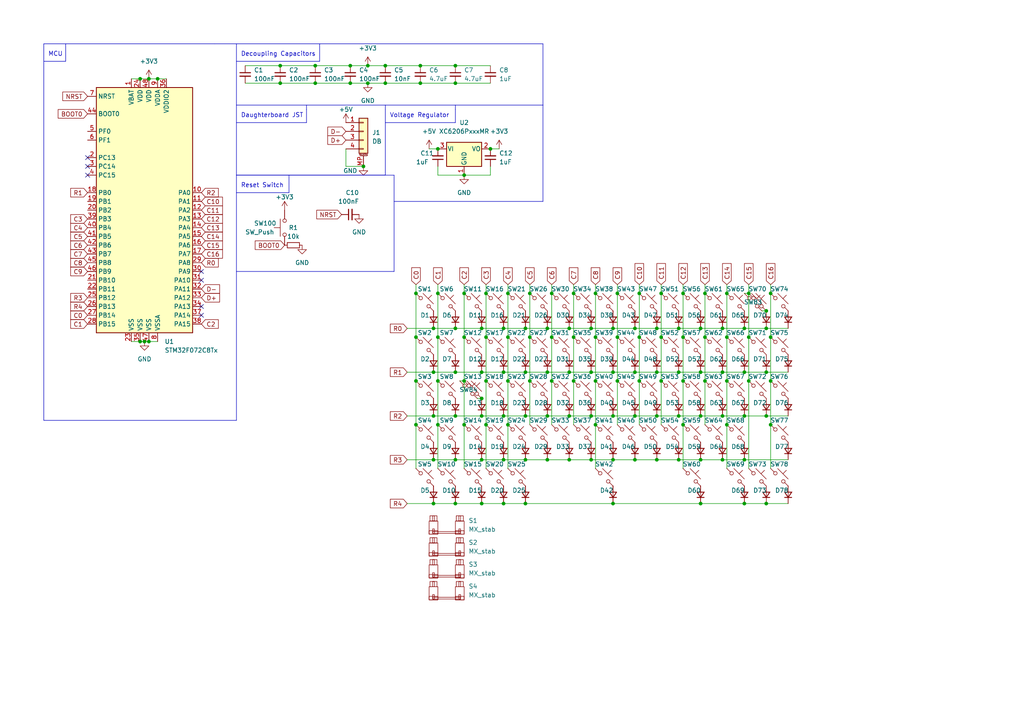
<source format=kicad_sch>
(kicad_sch (version 20230121) (generator eeschema)
  (paper "A4")
  (junction (at 190.5 133.35))
  (junction (at 215.9 107.95))
  (junction (at 222.25 146.05))
  (junction (at 140.97 85.09))
  (junction (at 215.9 120.65))
  (junction (at 132.08 146.05))
  (junction (at 152.4 146.05))
  (junction (at 153.67 85.09))
  (junction (at 125.73 120.65))
  (junction (at 43.18 22.86))
  (junction (at 196.85 133.35))
  (junction (at 179.07 110.49))
  (junction (at 196.85 107.95))
  (junction (at 140.97 110.49))
  (junction (at 139.7 115.57))
  (junction (at 45.72 22.86))
  (junction (at 40.64 22.86))
  (junction (at 172.72 97.79))
  (junction (at 184.15 107.95))
  (junction (at 152.4 107.95))
  (junction (at 217.17 85.09))
  (junction (at 147.32 85.09))
  (junction (at 203.2 120.65))
  (junction (at 147.32 123.19))
  (junction (at 204.47 97.79))
  (junction (at 179.07 85.09))
  (junction (at 198.12 97.79))
  (junction (at 223.52 110.49))
  (junction (at 171.45 95.25))
  (junction (at 147.32 110.49))
  (junction (at 160.02 85.09))
  (junction (at 165.1 95.25))
  (junction (at 106.68 24.13))
  (junction (at 172.72 85.09))
  (junction (at 172.72 123.19))
  (junction (at 222.25 107.95))
  (junction (at 152.4 120.65))
  (junction (at 223.52 85.09))
  (junction (at 222.25 95.25))
  (junction (at 127 97.79))
  (junction (at 132.08 95.25))
  (junction (at 210.82 123.19))
  (junction (at 209.55 133.35))
  (junction (at 132.08 24.13))
  (junction (at 134.62 123.19))
  (junction (at 140.97 123.19))
  (junction (at 165.1 107.95))
  (junction (at 185.42 110.49))
  (junction (at 132.08 107.95))
  (junction (at 191.77 85.09))
  (junction (at 120.65 97.79))
  (junction (at 191.77 110.49))
  (junction (at 165.1 120.65))
  (junction (at 152.4 133.35))
  (junction (at 153.67 97.79))
  (junction (at 158.75 133.35))
  (junction (at 139.7 120.65))
  (junction (at 120.65 123.19))
  (junction (at 132.08 133.35))
  (junction (at 160.02 110.49))
  (junction (at 127 123.19))
  (junction (at 177.8 120.65))
  (junction (at 81.28 19.05))
  (junction (at 210.82 97.79))
  (junction (at 177.8 146.05))
  (junction (at 198.12 85.09))
  (junction (at 121.92 24.13))
  (junction (at 140.97 97.79))
  (junction (at 184.15 120.65))
  (junction (at 81.28 24.13))
  (junction (at 215.9 133.35))
  (junction (at 139.7 95.25))
  (junction (at 146.05 120.65))
  (junction (at 134.62 110.49))
  (junction (at 177.8 133.35))
  (junction (at 190.5 120.65))
  (junction (at 146.05 107.95))
  (junction (at 125.73 107.95))
  (junction (at 165.1 133.35))
  (junction (at 101.6 19.05))
  (junction (at 105.41 48.26))
  (junction (at 147.32 97.79))
  (junction (at 146.05 133.35))
  (junction (at 196.85 95.25))
  (junction (at 158.75 107.95))
  (junction (at 185.42 85.09))
  (junction (at 179.07 97.79))
  (junction (at 209.55 95.25))
  (junction (at 171.45 107.95))
  (junction (at 222.25 120.65))
  (junction (at 203.2 95.25))
  (junction (at 210.82 110.49))
  (junction (at 120.65 85.09))
  (junction (at 127 43.18))
  (junction (at 177.8 107.95))
  (junction (at 222.25 90.17))
  (junction (at 184.15 133.35))
  (junction (at 125.73 95.25))
  (junction (at 191.77 97.79))
  (junction (at 127 110.49))
  (junction (at 209.55 107.95))
  (junction (at 166.37 97.79))
  (junction (at 125.73 133.35))
  (junction (at 196.85 120.65))
  (junction (at 121.92 19.05))
  (junction (at 190.5 95.25))
  (junction (at 132.08 120.65))
  (junction (at 158.75 120.65))
  (junction (at 223.52 97.79))
  (junction (at 91.44 19.05))
  (junction (at 132.08 19.05))
  (junction (at 43.18 99.06))
  (junction (at 209.55 120.65))
  (junction (at 153.67 110.49))
  (junction (at 134.62 50.8))
  (junction (at 177.8 95.25))
  (junction (at 146.05 95.25))
  (junction (at 204.47 85.09))
  (junction (at 210.82 85.09))
  (junction (at 160.02 97.79))
  (junction (at 166.37 85.09))
  (junction (at 190.5 107.95))
  (junction (at 217.17 110.49))
  (junction (at 41.91 99.06))
  (junction (at 111.76 24.13))
  (junction (at 198.12 123.19))
  (junction (at 166.37 110.49))
  (junction (at 134.62 97.79))
  (junction (at 139.7 133.35))
  (junction (at 146.05 146.05))
  (junction (at 139.7 146.05))
  (junction (at 158.75 95.25))
  (junction (at 134.62 85.09))
  (junction (at 215.9 95.25))
  (junction (at 125.73 146.05))
  (junction (at 139.7 107.95))
  (junction (at 127 85.09))
  (junction (at 223.52 123.19))
  (junction (at 204.47 110.49))
  (junction (at 198.12 110.49))
  (junction (at 171.45 133.35))
  (junction (at 171.45 120.65))
  (junction (at 203.2 146.05))
  (junction (at 172.72 110.49))
  (junction (at 91.44 24.13))
  (junction (at 111.76 19.05))
  (junction (at 203.2 133.35))
  (junction (at 101.6 24.13))
  (junction (at 215.9 146.05))
  (junction (at 217.17 97.79))
  (junction (at 120.65 110.49))
  (junction (at 184.15 95.25))
  (junction (at 185.42 97.79))
  (junction (at 40.64 99.06))
  (junction (at 203.2 107.95))
  (junction (at 106.68 19.05))
  (junction (at 142.24 43.18))
  (junction (at 152.4 95.25))
  (no_connect (at 58.42 91.44))
  (no_connect (at 25.4 48.26))
  (no_connect (at 25.4 45.72))
  (no_connect (at 58.42 78.74))
  (no_connect (at 58.42 81.28))
  (no_connect (at 58.42 88.9))
  (no_connect (at 25.4 50.8))
  (wire (pts (xy 124.46 43.18) (xy 127 43.18)))
  (wire (pts (xy 172.72 110.49) (xy 172.72 123.19)))
  (polyline (pts (xy 62.23 12.7) (xy 12.7 12.7)))
  (polyline (pts (xy 83.82 55.88) (xy 83.82 50.8)))
  (wire (pts (xy 190.5 95.25) (xy 196.85 95.25)))
  (wire (pts (xy 142.24 50.8) (xy 134.62 50.8)))
  (wire (pts (xy 184.15 95.25) (xy 190.5 95.25)))
  (wire (pts (xy 184.15 120.65) (xy 190.5 120.65)))
  (wire (pts (xy 147.32 85.09) (xy 147.32 97.79)))
  (polyline (pts (xy 92.71 12.7) (xy 92.71 17.78)))
  (wire (pts (xy 179.07 110.49) (xy 179.07 123.19)))
  (wire (pts (xy 160.02 85.09) (xy 160.02 97.79)))
  (wire (pts (xy 215.9 85.09) (xy 217.17 85.09)))
  (wire (pts (xy 203.2 107.95) (xy 209.55 107.95)))
  (wire (pts (xy 120.65 110.49) (xy 120.65 123.19)))
  (wire (pts (xy 134.62 82.55) (xy 134.62 85.09)))
  (wire (pts (xy 172.72 123.19) (xy 172.72 135.89)))
  (wire (pts (xy 210.82 82.55) (xy 210.82 85.09)))
  (wire (pts (xy 215.9 95.25) (xy 222.25 95.25)))
  (wire (pts (xy 179.07 85.09) (xy 179.07 97.79)))
  (wire (pts (xy 100.33 43.18) (xy 100.33 48.26)))
  (wire (pts (xy 127 123.19) (xy 127 135.89)))
  (polyline (pts (xy 68.58 78.74) (xy 114.3 78.74)))
  (wire (pts (xy 43.18 22.86) (xy 45.72 22.86)))
  (wire (pts (xy 127 97.79) (xy 127 110.49)))
  (wire (pts (xy 223.52 97.79) (xy 223.52 110.49)))
  (wire (pts (xy 160.02 82.55) (xy 160.02 85.09)))
  (wire (pts (xy 121.92 24.13) (xy 132.08 24.13)))
  (wire (pts (xy 198.12 123.19) (xy 198.12 135.89)))
  (wire (pts (xy 152.4 120.65) (xy 158.75 120.65)))
  (wire (pts (xy 171.45 133.35) (xy 177.8 133.35)))
  (polyline (pts (xy 114.3 50.8) (xy 68.58 50.8)))
  (wire (pts (xy 215.9 146.05) (xy 222.25 146.05)))
  (wire (pts (xy 147.32 123.19) (xy 147.32 135.89)))
  (wire (pts (xy 210.82 85.09) (xy 210.82 97.79)))
  (wire (pts (xy 118.11 133.35) (xy 125.73 133.35)))
  (wire (pts (xy 215.9 133.35) (xy 228.6 133.35)))
  (wire (pts (xy 125.73 133.35) (xy 132.08 133.35)))
  (polyline (pts (xy 157.48 58.42) (xy 114.3 58.42)))
  (wire (pts (xy 179.07 97.79) (xy 179.07 110.49)))
  (wire (pts (xy 191.77 85.09) (xy 191.77 97.79)))
  (wire (pts (xy 204.47 85.09) (xy 204.47 97.79)))
  (wire (pts (xy 158.75 107.95) (xy 165.1 107.95)))
  (polyline (pts (xy 12.7 121.92) (xy 68.58 121.92)))
  (wire (pts (xy 166.37 85.09) (xy 166.37 97.79)))
  (wire (pts (xy 223.52 110.49) (xy 223.52 123.19)))
  (wire (pts (xy 118.11 120.65) (xy 125.73 120.65)))
  (wire (pts (xy 210.82 123.19) (xy 210.82 135.89)))
  (wire (pts (xy 125.73 95.25) (xy 132.08 95.25)))
  (wire (pts (xy 127 82.55) (xy 127 85.09)))
  (wire (pts (xy 120.65 97.79) (xy 120.65 110.49)))
  (wire (pts (xy 140.97 82.55) (xy 140.97 85.09)))
  (wire (pts (xy 45.72 22.86) (xy 48.26 22.86)))
  (wire (pts (xy 40.64 22.86) (xy 43.18 22.86)))
  (wire (pts (xy 210.82 110.49) (xy 210.82 123.19)))
  (wire (pts (xy 171.45 120.65) (xy 177.8 120.65)))
  (wire (pts (xy 127 110.49) (xy 127 123.19)))
  (wire (pts (xy 134.62 50.8) (xy 127 50.8)))
  (wire (pts (xy 171.45 95.25) (xy 177.8 95.25)))
  (wire (pts (xy 127 50.8) (xy 127 48.26)))
  (wire (pts (xy 160.02 97.79) (xy 160.02 110.49)))
  (wire (pts (xy 215.9 107.95) (xy 222.25 107.95)))
  (wire (pts (xy 196.85 133.35) (xy 203.2 133.35)))
  (wire (pts (xy 132.08 19.05) (xy 142.24 19.05)))
  (wire (pts (xy 138.43 115.57) (xy 139.7 115.57)))
  (wire (pts (xy 217.17 82.55) (xy 217.17 85.09)))
  (wire (pts (xy 153.67 97.79) (xy 153.67 110.49)))
  (wire (pts (xy 140.97 97.79) (xy 140.97 110.49)))
  (wire (pts (xy 139.7 133.35) (xy 146.05 133.35)))
  (wire (pts (xy 81.28 24.13) (xy 91.44 24.13)))
  (wire (pts (xy 125.73 120.65) (xy 132.08 120.65)))
  (wire (pts (xy 184.15 107.95) (xy 190.5 107.95)))
  (wire (pts (xy 147.32 110.49) (xy 147.32 123.19)))
  (wire (pts (xy 134.62 110.49) (xy 134.62 123.19)))
  (wire (pts (xy 81.28 19.05) (xy 91.44 19.05)))
  (wire (pts (xy 134.62 97.79) (xy 134.62 110.49)))
  (polyline (pts (xy 19.05 12.7) (xy 19.05 17.78)))
  (polyline (pts (xy 12.7 12.7) (xy 12.7 121.92)))
  (wire (pts (xy 133.35 110.49) (xy 134.62 110.49)))
  (wire (pts (xy 190.5 107.95) (xy 196.85 107.95)))
  (wire (pts (xy 198.12 82.55) (xy 198.12 85.09)))
  (polyline (pts (xy 68.58 12.7) (xy 157.48 12.7)))
  (wire (pts (xy 165.1 120.65) (xy 171.45 120.65)))
  (wire (pts (xy 204.47 82.55) (xy 204.47 85.09)))
  (wire (pts (xy 198.12 110.49) (xy 198.12 123.19)))
  (wire (pts (xy 140.97 123.19) (xy 140.97 135.89)))
  (wire (pts (xy 127 85.09) (xy 127 97.79)))
  (wire (pts (xy 166.37 97.79) (xy 166.37 110.49)))
  (wire (pts (xy 185.42 97.79) (xy 185.42 110.49)))
  (wire (pts (xy 132.08 133.35) (xy 139.7 133.35)))
  (wire (pts (xy 71.12 24.13) (xy 81.28 24.13)))
  (wire (pts (xy 125.73 146.05) (xy 132.08 146.05)))
  (polyline (pts (xy 157.48 30.48) (xy 157.48 58.42)))
  (wire (pts (xy 158.75 95.25) (xy 165.1 95.25)))
  (wire (pts (xy 171.45 107.95) (xy 177.8 107.95)))
  (wire (pts (xy 106.68 24.13) (xy 111.76 24.13)))
  (wire (pts (xy 198.12 85.09) (xy 198.12 97.79)))
  (wire (pts (xy 203.2 95.25) (xy 209.55 95.25)))
  (wire (pts (xy 203.2 133.35) (xy 209.55 133.35)))
  (wire (pts (xy 146.05 107.95) (xy 152.4 107.95)))
  (wire (pts (xy 222.25 146.05) (xy 228.6 146.05)))
  (wire (pts (xy 190.5 120.65) (xy 196.85 120.65)))
  (wire (pts (xy 142.24 43.18) (xy 144.78 43.18)))
  (wire (pts (xy 118.11 146.05) (xy 125.73 146.05)))
  (wire (pts (xy 196.85 120.65) (xy 203.2 120.65)))
  (wire (pts (xy 172.72 82.55) (xy 172.72 85.09)))
  (wire (pts (xy 223.52 82.55) (xy 223.52 85.09)))
  (wire (pts (xy 134.62 85.09) (xy 134.62 97.79)))
  (polyline (pts (xy 68.58 50.8) (xy 111.76 50.8)))
  (wire (pts (xy 41.91 99.06) (xy 43.18 99.06)))
  (wire (pts (xy 152.4 146.05) (xy 177.8 146.05)))
  (wire (pts (xy 209.55 120.65) (xy 215.9 120.65)))
  (wire (pts (xy 38.1 22.86) (xy 40.64 22.86)))
  (wire (pts (xy 152.4 133.35) (xy 158.75 133.35)))
  (wire (pts (xy 146.05 95.25) (xy 152.4 95.25)))
  (wire (pts (xy 217.17 97.79) (xy 217.17 110.49)))
  (polyline (pts (xy 157.48 30.48) (xy 68.58 30.48)))
  (wire (pts (xy 223.52 85.09) (xy 223.52 97.79)))
  (wire (pts (xy 111.76 19.05) (xy 121.92 19.05)))
  (wire (pts (xy 185.42 85.09) (xy 185.42 97.79)))
  (wire (pts (xy 142.24 48.26) (xy 142.24 50.8)))
  (wire (pts (xy 146.05 133.35) (xy 152.4 133.35)))
  (polyline (pts (xy 68.58 17.78) (xy 92.71 17.78)))
  (wire (pts (xy 160.02 110.49) (xy 160.02 123.19)))
  (wire (pts (xy 152.4 107.95) (xy 158.75 107.95)))
  (wire (pts (xy 139.7 146.05) (xy 146.05 146.05)))
  (wire (pts (xy 139.7 95.25) (xy 146.05 95.25)))
  (wire (pts (xy 152.4 95.25) (xy 158.75 95.25)))
  (wire (pts (xy 179.07 82.55) (xy 179.07 85.09)))
  (wire (pts (xy 132.08 120.65) (xy 139.7 120.65)))
  (wire (pts (xy 146.05 146.05) (xy 152.4 146.05)))
  (polyline (pts (xy 88.9 35.56) (xy 88.9 31.75)))
  (polyline (pts (xy 68.58 55.88) (xy 83.82 55.88)))
  (wire (pts (xy 210.82 97.79) (xy 210.82 110.49)))
  (wire (pts (xy 132.08 95.25) (xy 139.7 95.25)))
  (wire (pts (xy 196.85 107.95) (xy 203.2 107.95)))
  (wire (pts (xy 185.42 82.55) (xy 185.42 85.09)))
  (wire (pts (xy 111.76 24.13) (xy 121.92 24.13)))
  (polyline (pts (xy 68.58 121.92) (xy 68.58 12.7)))
  (polyline (pts (xy 62.23 12.7) (xy 68.58 12.7)))
  (wire (pts (xy 40.64 99.06) (xy 41.91 99.06)))
  (wire (pts (xy 43.18 99.06) (xy 45.72 99.06)))
  (wire (pts (xy 139.7 120.65) (xy 146.05 120.65)))
  (polyline (pts (xy 111.76 35.56) (xy 132.08 35.56)))
  (wire (pts (xy 101.6 19.05) (xy 106.68 19.05)))
  (wire (pts (xy 106.68 19.05) (xy 111.76 19.05)))
  (wire (pts (xy 153.67 85.09) (xy 153.67 97.79)))
  (wire (pts (xy 223.52 123.19) (xy 223.52 135.89)))
  (wire (pts (xy 100.33 48.26) (xy 105.41 48.26)))
  (wire (pts (xy 132.08 146.05) (xy 139.7 146.05)))
  (polyline (pts (xy 68.58 35.56) (xy 88.9 35.56)))
  (wire (pts (xy 134.62 123.19) (xy 134.62 135.89)))
  (wire (pts (xy 121.92 19.05) (xy 132.08 19.05)))
  (wire (pts (xy 191.77 97.79) (xy 191.77 110.49)))
  (polyline (pts (xy 12.7 17.78) (xy 19.05 17.78)))
  (wire (pts (xy 140.97 85.09) (xy 140.97 97.79)))
  (wire (pts (xy 172.72 97.79) (xy 172.72 110.49)))
  (wire (pts (xy 204.47 97.79) (xy 204.47 110.49)))
  (wire (pts (xy 191.77 82.55) (xy 191.77 85.09)))
  (wire (pts (xy 91.44 24.13) (xy 101.6 24.13)))
  (wire (pts (xy 222.25 120.65) (xy 228.6 120.65)))
  (wire (pts (xy 166.37 110.49) (xy 166.37 123.19)))
  (wire (pts (xy 203.2 146.05) (xy 215.9 146.05)))
  (polyline (pts (xy 132.08 30.48) (xy 132.08 31.75)))
  (wire (pts (xy 191.77 110.49) (xy 191.77 123.19)))
  (wire (pts (xy 140.97 110.49) (xy 140.97 123.19)))
  (wire (pts (xy 153.67 82.55) (xy 153.67 85.09)))
  (wire (pts (xy 120.65 82.55) (xy 120.65 85.09)))
  (wire (pts (xy 120.65 123.19) (xy 120.65 135.89)))
  (polyline (pts (xy 132.08 35.56) (xy 132.08 31.75)))
  (wire (pts (xy 71.12 19.05) (xy 81.28 19.05)))
  (wire (pts (xy 147.32 82.55) (xy 147.32 85.09)))
  (wire (pts (xy 132.08 107.95) (xy 139.7 107.95)))
  (wire (pts (xy 198.12 97.79) (xy 198.12 110.49)))
  (wire (pts (xy 196.85 95.25) (xy 203.2 95.25)))
  (wire (pts (xy 209.55 95.25) (xy 215.9 95.25)))
  (wire (pts (xy 158.75 133.35) (xy 165.1 133.35)))
  (wire (pts (xy 209.55 107.95) (xy 215.9 107.95)))
  (wire (pts (xy 222.25 107.95) (xy 228.6 107.95)))
  (wire (pts (xy 38.1 99.06) (xy 40.64 99.06)))
  (wire (pts (xy 215.9 120.65) (xy 222.25 120.65)))
  (wire (pts (xy 147.32 97.79) (xy 147.32 110.49)))
  (wire (pts (xy 184.15 133.35) (xy 190.5 133.35)))
  (wire (pts (xy 165.1 95.25) (xy 171.45 95.25)))
  (wire (pts (xy 146.05 120.65) (xy 152.4 120.65)))
  (wire (pts (xy 217.17 110.49) (xy 217.17 135.89)))
  (wire (pts (xy 190.5 133.35) (xy 196.85 133.35)))
  (wire (pts (xy 158.75 120.65) (xy 165.1 120.65)))
  (wire (pts (xy 165.1 107.95) (xy 171.45 107.95)))
  (wire (pts (xy 177.8 95.25) (xy 184.15 95.25)))
  (polyline (pts (xy 88.9 30.48) (xy 88.9 31.75)))
  (wire (pts (xy 120.65 85.09) (xy 120.65 97.79)))
  (wire (pts (xy 118.11 107.95) (xy 125.73 107.95)))
  (wire (pts (xy 177.8 146.05) (xy 203.2 146.05)))
  (polyline (pts (xy 111.76 30.48) (xy 111.76 31.75)))
  (wire (pts (xy 132.08 24.13) (xy 142.24 24.13)))
  (wire (pts (xy 185.42 110.49) (xy 185.42 123.19)))
  (wire (pts (xy 125.73 107.95) (xy 132.08 107.95)))
  (wire (pts (xy 204.47 110.49) (xy 204.47 123.19)))
  (wire (pts (xy 203.2 120.65) (xy 209.55 120.65)))
  (wire (pts (xy 177.8 120.65) (xy 184.15 120.65)))
  (wire (pts (xy 177.8 133.35) (xy 184.15 133.35)))
  (wire (pts (xy 220.98 90.17) (xy 222.25 90.17)))
  (wire (pts (xy 101.6 24.13) (xy 106.68 24.13)))
  (wire (pts (xy 165.1 133.35) (xy 171.45 133.35)))
  (wire (pts (xy 91.44 19.05) (xy 101.6 19.05)))
  (wire (pts (xy 209.55 133.35) (xy 215.9 133.35)))
  (wire (pts (xy 139.7 107.95) (xy 146.05 107.95)))
  (wire (pts (xy 118.11 95.25) (xy 125.73 95.25)))
  (wire (pts (xy 177.8 107.95) (xy 184.15 107.95)))
  (polyline (pts (xy 157.48 12.7) (xy 157.48 30.48)))
  (polyline (pts (xy 111.76 50.8) (xy 111.76 31.75)))
  (polyline (pts (xy 114.3 50.8) (xy 114.3 78.74)))
  (wire (pts (xy 222.25 95.25) (xy 228.6 95.25)))
  (wire (pts (xy 153.67 110.49) (xy 153.67 123.19)))
  (wire (pts (xy 217.17 85.09) (xy 217.17 97.79)))
  (wire (pts (xy 166.37 82.55) (xy 166.37 85.09)))
  (wire (pts (xy 172.72 85.09) (xy 172.72 97.79)))
  (text "Voltage Regulator" (at 113.03 34.29 0) (effects (font (size 1.27 1.27)) (justify left bottom)))
  (text "Reset Switch" (at 69.85 54.61 0) (effects (font (size 1.27 1.27)) (justify left bottom)))
  (text "MCU" (at 13.97 16.51 0) (effects (font (size 1.27 1.27)) (justify left bottom)))
  (text "Daughterboard JST\n" (at 69.85 34.29 0) (effects (font (size 1.27 1.27)) (justify left bottom)))
  (text "Decoupling Capacitors\n" (at 69.85 16.51 0) (effects (font (size 1.27 1.27)) (justify left bottom)))
  (global_label "NRST" (shape input) (at 25.4 27.94 180) (property "Intersheetrefs" "${INTERSHEET_REFS}" (effects hide)))
  (global_label "C6" (shape input) (at 25.4 71.12 180) (property "Intersheetrefs" "${INTERSHEET_REFS}" (effects hide)))
  (global_label "R0" (shape input) (at 118.11 95.25 180) (property "Intersheetrefs" "${INTERSHEET_REFS}" (effects hide)))
  (global_label "C5" (shape input) (at 25.4 68.58 180) (property "Intersheetrefs" "${INTERSHEET_REFS}" (effects hide)))
  (global_label "C11" (shape input) (at 191.77 82.55 90) (property "Intersheetrefs" "${INTERSHEET_REFS}" (effects hide)))
  (global_label "C14" (shape input) (at 210.82 82.55 90) (property "Intersheetrefs" "${INTERSHEET_REFS}" (effects hide)))
  (global_label "C16" (shape input) (at 223.52 82.55 90) (property "Intersheetrefs" "${INTERSHEET_REFS}" (effects hide)))
  (global_label "C0" (shape input) (at 120.65 82.55 90) (property "Intersheetrefs" "${INTERSHEET_REFS}" (effects hide)))
  (global_label "C2" (shape input) (at 134.62 82.55 90) (property "Intersheetrefs" "${INTERSHEET_REFS}" (effects hide)))
  (global_label "C4" (shape input) (at 25.4 66.04 180) (property "Intersheetrefs" "${INTERSHEET_REFS}" (effects hide)))
  (global_label "C6" (shape input) (at 160.02 82.55 90) (property "Intersheetrefs" "${INTERSHEET_REFS}" (effects hide)))
  (global_label "C4" (shape input) (at 147.32 82.55 90) (property "Intersheetrefs" "${INTERSHEET_REFS}" (effects hide)))
  (global_label "C1" (shape input) (at 25.4 93.98 180) (property "Intersheetrefs" "${INTERSHEET_REFS}" (effects hide)))
  (global_label "R1" (shape input) (at 25.4 55.88 180) (property "Intersheetrefs" "${INTERSHEET_REFS}" (effects hide)))
  (global_label "C7" (shape input) (at 25.4 73.66 180) (property "Intersheetrefs" "${INTERSHEET_REFS}" (effects hide)))
  (global_label "C0" (shape input) (at 25.4 91.44 180) (property "Intersheetrefs" "${INTERSHEET_REFS}" (effects hide)))
  (global_label "C12" (shape input) (at 198.12 82.55 90) (property "Intersheetrefs" "${INTERSHEET_REFS}" (effects hide)))
  (global_label "C10" (shape input) (at 185.42 82.55 90) (property "Intersheetrefs" "${INTERSHEET_REFS}" (effects hide)))
  (global_label "D-" (shape input) (at 58.42 83.82 0) (property "Intersheetrefs" "${INTERSHEET_REFS}" (effects hide)))
  (global_label "D+" (shape input) (at 100.33 40.64 180) (property "Intersheetrefs" "${INTERSHEET_REFS}" (effects hide)))
  (global_label "C8" (shape input) (at 172.72 82.55 90) (property "Intersheetrefs" "${INTERSHEET_REFS}" (effects hide)))
  (global_label "C3" (shape input) (at 25.4 63.5 180) (property "Intersheetrefs" "${INTERSHEET_REFS}" (effects hide)))
  (global_label "C9" (shape input) (at 179.07 82.55 90) (property "Intersheetrefs" "${INTERSHEET_REFS}" (effects hide)))
  (global_label "C13" (shape input) (at 204.47 82.55 90) (property "Intersheetrefs" "${INTERSHEET_REFS}" (effects hide)))
  (global_label "C13" (shape input) (at 58.42 66.04 0) (property "Intersheetrefs" "${INTERSHEET_REFS}" (effects hide)))
  (global_label "R4" (shape input) (at 25.4 88.9 180) (property "Intersheetrefs" "${INTERSHEET_REFS}" (effects hide)))
  (global_label "C16" (shape input) (at 58.42 73.66 0) (property "Intersheetrefs" "${INTERSHEET_REFS}" (effects hide)))
  (global_label "BOOT0" (shape input) (at 82.55 71.12 180) (property "Intersheetrefs" "${INTERSHEET_REFS}" (effects hide)))
  (global_label "C15" (shape input) (at 217.17 82.55 90) (property "Intersheetrefs" "${INTERSHEET_REFS}" (effects hide)))
  (global_label "R3" (shape input) (at 25.4 86.36 180) (property "Intersheetrefs" "${INTERSHEET_REFS}" (effects hide)))
  (global_label "C12" (shape input) (at 58.42 63.5 0) (property "Intersheetrefs" "${INTERSHEET_REFS}" (effects hide)))
  (global_label "C3" (shape input) (at 140.97 82.55 90) (property "Intersheetrefs" "${INTERSHEET_REFS}" (effects hide)))
  (global_label "D-" (shape input) (at 100.33 38.1 180) (property "Intersheetrefs" "${INTERSHEET_REFS}" (effects hide)))
  (global_label "R0" (shape input) (at 58.42 76.2 0) (property "Intersheetrefs" "${INTERSHEET_REFS}" (effects hide)))
  (global_label "C11" (shape input) (at 58.42 60.96 0) (property "Intersheetrefs" "${INTERSHEET_REFS}" (effects hide)))
  (global_label "C2" (shape input) (at 58.42 93.98 0) (property "Intersheetrefs" "${INTERSHEET_REFS}" (effects hide)))
  (global_label "C10" (shape input) (at 58.42 58.42 0) (property "Intersheetrefs" "${INTERSHEET_REFS}" (effects hide)))
  (global_label "D+" (shape input) (at 58.42 86.36 0) (property "Intersheetrefs" "${INTERSHEET_REFS}" (effects hide)))
  (global_label "R4" (shape input) (at 118.11 146.05 180) (property "Intersheetrefs" "${INTERSHEET_REFS}" (effects hide)))
  (global_label "C8" (shape input) (at 25.4 76.2 180) (property "Intersheetrefs" "${INTERSHEET_REFS}" (effects hide)))
  (global_label "C1" (shape input) (at 127 82.55 90) (property "Intersheetrefs" "${INTERSHEET_REFS}" (effects hide)))
  (global_label "R2" (shape input) (at 58.42 55.88 0) (property "Intersheetrefs" "${INTERSHEET_REFS}" (effects hide)))
  (global_label "C14" (shape input) (at 58.42 68.58 0) (property "Intersheetrefs" "${INTERSHEET_REFS}" (effects hide)))
  (global_label "R3" (shape input) (at 118.11 133.35 180) (property "Intersheetrefs" "${INTERSHEET_REFS}" (effects hide)))
  (global_label "R1" (shape input) (at 118.11 107.95 180) (property "Intersheetrefs" "${INTERSHEET_REFS}" (effects hide)))
  (global_label "BOOT0" (shape input) (at 25.4 33.02 180) (property "Intersheetrefs" "${INTERSHEET_REFS}" (effects hide)))
  (global_label "C7" (shape input) (at 166.37 82.55 90) (property "Intersheetrefs" "${INTERSHEET_REFS}" (effects hide)))
  (global_label "C9" (shape input) (at 25.4 78.74 180) (property "Intersheetrefs" "${INTERSHEET_REFS}" (effects hide)))
  (global_label "NRST" (shape input) (at 99.06 62.23 180) (property "Intersheetrefs" "${INTERSHEET_REFS}" (effects hide)))
  (global_label "R2" (shape input) (at 118.11 120.65 180) (property "Intersheetrefs" "${INTERSHEET_REFS}" (effects hide)))
  (global_label "C15" (shape input) (at 58.42 71.12 0) (property "Intersheetrefs" "${INTERSHEET_REFS}" (effects hide)))
  (global_label "C5" (shape input) (at 153.67 82.55 90) (property "Intersheetrefs" "${INTERSHEET_REFS}" (effects hide)))
  (symbol (lib_id "Device:D_Small") (at 184.15 118.11 90) (unit 1)
    (property "Reference" "D45" (at 180.34 116.84 90) (effects (justify right)))
    (property "Value" "D_Small" (effects hide))
    (property "Footprint" "Diode_SMD:D_SOD-123" (effects hide))
    (property "Sim.Device" "D" (effects hide))
    (property "Sim.Pins" "1=K 2=A" (effects hide))
  )
  (symbol (lib_id "Device:D_Small") (at 196.85 118.11 90) (unit 1)
    (property "Reference" "D53" (at 193.04 116.84 90) (effects (justify right)))
    (property "Value" "D_Small" (effects hide))
    (property "Footprint" "Diode_SMD:D_SOD-123" (effects hide))
    (property "Sim.Device" "D" (effects hide))
    (property "Sim.Pins" "1=K 2=A" (effects hide))
  )
  (symbol (lib_id "Device:D_Small") (at 190.5 92.71 90) (unit 1)
    (property "Reference" "D47" (at 186.69 91.44 90) (effects (justify right)))
    (property "Value" "D_Small" (effects hide))
    (property "Footprint" "Diode_SMD:D_SOD-123" (effects hide))
    (property "Sim.Device" "D" (effects hide))
    (property "Sim.Pins" "1=K 2=A" (effects hide))
  )
  (symbol (lib_id "power:GND") (at 87.63 71.12 0) (unit 1)
    (property "Reference" "#PWR03" (effects hide))
    (property "Value" "GND" (at 87.63 76.2 0))
  )
  (symbol (lib_id "Device:C_Small") (at 142.24 21.59 0) (unit 1)
    (property "Reference" "C8" (at 144.78 20.3263 0) (effects (justify left)))
    (property "Value" "1uF" (at 144.78 22.8663 0) (effects (justify left)))
    (property "Footprint" "Capacitor_SMD:C_0402_1005Metric" (effects hide))
  )
  (symbol (lib_id "marbastlib-mx:MX_stab") (at 129.54 158.75 0) (unit 1)
    (property "Reference" "S2" (at 135.89 157.353 0) (effects (justify left)))
    (property "Value" "MX_stab" (at 135.89 159.893 0) (effects (justify left)))
    (property "Footprint" "marbastlib-mx:STAB_MX_2.25u" (effects hide))
  )
  (symbol (lib_id "marbastlib-mx:MX_SW_solder") (at 175.26 87.63 0) (unit 1)
    (property "Reference" "SW38" (at 175.26 83.82 0))
    (property "Value" "MX_SW_solder" (effects hide))
    (property "Footprint" "marbastlib-mx:SW_MX_1u" (effects hide))
  )
  (symbol (lib_id "Device:C_Small") (at 101.6 62.23 90) (unit 1)
    (property "Reference" "C10" (at 104.14 55.88 90) (effects (justify left)))
    (property "Value" "100nF" (at 104.14 58.42 90) (effects (justify left)))
    (property "Footprint" "Capacitor_SMD:C_0402_1005Metric" (effects hide))
  )
  (symbol (lib_id "Device:D_Small") (at 203.2 105.41 90) (unit 1)
    (property "Reference" "D57" (at 199.39 104.14 90) (effects (justify right)))
    (property "Value" "D_Small" (effects hide))
    (property "Footprint" "Diode_SMD:D_SOD-123" (effects hide))
    (property "Sim.Device" "D" (effects hide))
    (property "Sim.Pins" "1=K 2=A" (effects hide))
  )
  (symbol (lib_id "marbastlib-mx:MX_SW_solder") (at 181.61 125.73 0) (unit 1)
    (property "Reference" "SW46" (at 181.61 121.92 0))
    (property "Value" "MX_SW_solder" (effects hide))
    (property "Footprint" "marbastlib-mx:SW_MX_1u" (effects hide))
  )
  (symbol (lib_id "marbastlib-mx:MX_SW_solder") (at 123.19 125.73 0) (unit 1)
    (property "Reference" "SW4" (at 123.19 121.92 0))
    (property "Value" "MX_SW_solder" (effects hide))
    (property "Footprint" "marbastlib-mx:SW_MX_1u" (effects hide))
  )
  (symbol (lib_id "Device:D_Small") (at 132.08 130.81 90) (unit 1)
    (property "Reference" "D9" (at 128.27 129.54 90) (effects (justify right)))
    (property "Value" "D_Small" (effects hide))
    (property "Footprint" "Diode_SMD:D_SOD-123" (effects hide))
    (property "Sim.Device" "D" (effects hide))
    (property "Sim.Pins" "1=K 2=A" (effects hide))
  )
  (symbol (lib_id "Device:C_Small") (at 132.08 21.59 0) (unit 1)
    (property "Reference" "C7" (at 134.62 20.3263 0) (effects (justify left)))
    (property "Value" "4.7uF" (at 134.62 22.8663 0) (effects (justify left)))
    (property "Footprint" "Capacitor_SMD:C_0402_1005Metric" (effects hide))
  )
  (symbol (lib_id "marbastlib-mx:MX_SW_solder") (at 143.51 125.73 0) (unit 1)
    (property "Reference" "SW19" (at 143.51 121.92 0))
    (property "Value" "MX_SW_solder" (effects hide))
    (property "Footprint" "marbastlib-mx:SW_MX_1u" (effects hide))
  )
  (symbol (lib_id "Device:D_Small") (at 222.25 92.71 90) (unit 1)
    (property "Reference" "D70" (at 218.44 91.44 90) (effects (justify right)))
    (property "Value" "D_Small" (effects hide))
    (property "Footprint" "Diode_SMD:D_SOD-123" (effects hide))
    (property "Sim.Device" "D" (effects hide))
    (property "Sim.Pins" "1=K 2=A" (effects hide))
  )
  (symbol (lib_id "Device:D_Small") (at 152.4 118.11 90) (unit 1)
    (property "Reference" "D23" (at 148.59 116.84 90) (effects (justify right)))
    (property "Value" "D_Small" (effects hide))
    (property "Footprint" "Diode_SMD:D_SOD-123" (effects hide))
    (property "Sim.Device" "D" (effects hide))
    (property "Sim.Pins" "1=K 2=A" (effects hide))
  )
  (symbol (lib_id "marbastlib-mx:MX_SW_solder") (at 123.19 87.63 0) (unit 1)
    (property "Reference" "SW1" (at 123.19 83.82 0))
    (property "Value" "MX_SW_solder" (effects hide))
    (property "Footprint" "marbastlib-mx:SW_MX_1u" (effects hide))
  )
  (symbol (lib_id "Device:D_Small") (at 171.45 92.71 90) (unit 1)
    (property "Reference" "D34" (at 167.64 91.44 90) (effects (justify right)))
    (property "Value" "D_Small" (effects hide))
    (property "Footprint" "Diode_SMD:D_SOD-123" (effects hide))
    (property "Sim.Device" "D" (effects hide))
    (property "Sim.Pins" "1=K 2=A" (effects hide))
  )
  (symbol (lib_id "marbastlib-mx:MX_SW_solder") (at 129.54 100.33 0) (unit 1)
    (property "Reference" "SW7" (at 129.54 96.52 0))
    (property "Value" "MX_SW_solder" (effects hide))
    (property "Footprint" "marbastlib-mx:SW_MX_1u" (effects hide))
  )
  (symbol (lib_id "marbastlib-mx:MX_SW_solder") (at 200.66 125.73 0) (unit 1)
    (property "Reference" "SW59" (at 200.66 121.92 0))
    (property "Value" "MX_SW_solder" (effects hide))
    (property "Footprint" "marbastlib-mx:SW_MX_1u" (effects hide))
  )
  (symbol (lib_id "Device:D_Small") (at 152.4 143.51 90) (unit 1)
    (property "Reference" "D25" (at 148.59 142.24 90) (effects (justify right)))
    (property "Value" "D_Small" (effects hide))
    (property "Footprint" "Diode_SMD:D_SOD-123" (effects hide))
    (property "Sim.Device" "D" (effects hide))
    (property "Sim.Pins" "1=K 2=A" (effects hide))
  )
  (symbol (lib_id "marbastlib-mx:MX_SW_solder") (at 200.66 100.33 0) (unit 1)
    (property "Reference" "SW57" (at 200.66 96.52 0))
    (property "Value" "MX_SW_solder" (effects hide))
    (property "Footprint" "marbastlib-mx:SW_MX_1u" (effects hide))
  )
  (symbol (lib_id "Device:D_Small") (at 139.7 118.11 90) (unit 1)
    (property "Reference" "D13" (at 135.89 116.84 90) (effects (justify right)))
    (property "Value" "D_Small" (effects hide))
    (property "Footprint" "Diode_SMD:D_SOD-123" (effects hide))
    (property "Sim.Device" "D" (effects hide))
    (property "Sim.Pins" "1=K 2=A" (effects hide))
  )
  (symbol (lib_id "Device:D_Small") (at 222.25 118.11 90) (unit 1)
    (property "Reference" "D72" (at 218.44 116.84 90) (effects (justify right)))
    (property "Value" "D_Small" (effects hide))
    (property "Footprint" "Diode_SMD:D_SOD-123" (effects hide))
    (property "Sim.Device" "D" (effects hide))
    (property "Sim.Pins" "1=K 2=A" (effects hide))
  )
  (symbol (lib_id "Device:R_Small") (at 85.09 71.12 90) (unit 1)
    (property "Reference" "R1" (at 85.09 66.04 90))
    (property "Value" "10k" (at 85.09 68.58 90))
    (property "Footprint" "Resistor_SMD:R_0603_1608Metric" (effects hide))
  )
  (symbol (lib_id "Device:D_Small") (at 177.8 118.11 90) (unit 1)
    (property "Reference" "D40" (at 173.99 116.84 90) (effects (justify right)))
    (property "Value" "D_Small" (effects hide))
    (property "Footprint" "Diode_SMD:D_SOD-123" (effects hide))
    (property "Sim.Device" "D" (effects hide))
    (property "Sim.Pins" "1=K 2=A" (effects hide))
  )
  (symbol (lib_id "Device:D_Small") (at 203.2 143.51 90) (unit 1)
    (property "Reference" "D60" (at 199.39 142.24 90) (effects (justify right)))
    (property "Value" "D_Small" (effects hide))
    (property "Footprint" "Diode_SMD:D_SOD-123" (effects hide))
    (property "Sim.Device" "D" (effects hide))
    (property "Sim.Pins" "1=K 2=A" (effects hide))
  )
  (symbol (lib_id "Device:D_Small") (at 196.85 105.41 90) (unit 1)
    (property "Reference" "D52" (at 193.04 104.14 90) (effects (justify right)))
    (property "Value" "D_Small" (effects hide))
    (property "Footprint" "Diode_SMD:D_SOD-123" (effects hide))
    (property "Sim.Device" "D" (effects hide))
    (property "Sim.Pins" "1=K 2=A" (effects hide))
  )
  (symbol (lib_id "Device:D_Small") (at 165.1 130.81 90) (unit 1)
    (property "Reference" "D33" (at 161.29 129.54 90) (effects (justify right)))
    (property "Value" "D_Small" (effects hide))
    (property "Footprint" "Diode_SMD:D_SOD-123" (effects hide))
    (property "Sim.Device" "D" (effects hide))
    (property "Sim.Pins" "1=K 2=A" (effects hide))
  )
  (symbol (lib_id "marbastlib-mx:MX_SW_solder") (at 129.54 138.43 0) (unit 1)
    (property "Reference" "SW10" (at 129.54 134.62 0))
    (property "Value" "MX_SW_solder" (effects hide))
    (property "Footprint" "marbastlib-mx:SW_MX_1u" (effects hide))
  )
  (symbol (lib_id "Device:D_Small") (at 132.08 92.71 90) (unit 1)
    (property "Reference" "D6" (at 128.27 91.44 90) (effects (justify right)))
    (property "Value" "D_Small" (effects hide))
    (property "Footprint" "Diode_SMD:D_SOD-123" (effects hide))
    (property "Sim.Device" "D" (effects hide))
    (property "Sim.Pins" "1=K 2=A" (effects hide))
  )
  (symbol (lib_id "marbastlib-mx:MX_SW_solder") (at 219.71 100.33 0) (unit 1)
    (property "Reference" "SW71" (at 219.71 96.52 0))
    (property "Value" "MX_SW_solder" (effects hide))
    (property "Footprint" "marbastlib-mx:SW_MX_1u" (effects hide))
  )
  (symbol (lib_id "Device:D_Small") (at 158.75 105.41 90) (unit 1)
    (property "Reference" "D27" (at 154.94 104.14 90) (effects (justify right)))
    (property "Value" "D_Small" (effects hide))
    (property "Footprint" "Diode_SMD:D_SOD-123" (effects hide))
    (property "Sim.Device" "D" (effects hide))
    (property "Sim.Pins" "1=K 2=A" (effects hide))
  )
  (symbol (lib_id "Device:D_Small") (at 125.73 118.11 90) (unit 1)
    (property "Reference" "D3" (at 121.92 116.84 90) (effects (justify right)))
    (property "Value" "D_Small" (effects hide))
    (property "Footprint" "Diode_SMD:D_SOD-123" (effects hide))
    (property "Sim.Device" "D" (effects hide))
    (property "Sim.Pins" "1=K 2=A" (effects hide))
  )
  (symbol (lib_id "marbastlib-mx:MX_SW_solder") (at 162.56 87.63 0) (unit 1)
    (property "Reference" "SW30" (at 162.56 83.82 0))
    (property "Value" "MX_SW_solder" (effects hide))
    (property "Footprint" "marbastlib-mx:SW_MX_1u" (effects hide))
  )
  (symbol (lib_id "Device:D_Small") (at 125.73 105.41 90) (unit 1)
    (property "Reference" "D2" (at 121.92 104.14 90) (effects (justify right)))
    (property "Value" "D_Small" (effects hide))
    (property "Footprint" "Diode_SMD:D_SOD-123" (effects hide))
    (property "Sim.Device" "D" (effects hide))
    (property "Sim.Pins" "1=K 2=A" (effects hide))
  )
  (symbol (lib_id "power:+5V") (at 100.33 35.56 0) (unit 1)
    (property "Reference" "#PWR05" (effects hide))
    (property "Value" "+5V" (at 100.33 31.75 0))
  )
  (symbol (lib_id "marbastlib-mx:MX_SW_solder") (at 194.31 125.73 0) (unit 1)
    (property "Reference" "SW54" (at 194.31 121.92 0))
    (property "Value" "MX_SW_solder" (effects hide))
    (property "Footprint" "marbastlib-mx:SW_MX_1u" (effects hide))
  )
  (symbol (lib_id "Device:D_Small") (at 152.4 130.81 90) (unit 1)
    (property "Reference" "D24" (at 148.59 129.54 90) (effects (justify right)))
    (property "Value" "D_Small" (effects hide))
    (property "Footprint" "Diode_SMD:D_SOD-123" (effects hide))
    (property "Sim.Device" "D" (effects hide))
    (property "Sim.Pins" "1=K 2=A" (effects hide))
  )
  (symbol (lib_id "marbastlib-mx:MX_SW_solder") (at 162.56 113.03 0) (unit 1)
    (property "Reference" "SW32" (at 162.56 109.22 0))
    (property "Value" "MX_SW_solder" (effects hide))
    (property "Footprint" "marbastlib-mx:SW_MX_1u" (effects hide))
  )
  (symbol (lib_id "marbastlib-mx:MX_SW_solder") (at 149.86 113.03 0) (unit 1)
    (property "Reference" "SW23" (at 149.86 109.22 0))
    (property "Value" "MX_SW_solder" (effects hide))
    (property "Footprint" "marbastlib-mx:SW_MX_1u" (effects hide))
  )
  (symbol (lib_id "marbastlib-mx:MX_SW_solder") (at 181.61 87.63 0) (unit 1)
    (property "Reference" "SW43" (at 181.61 83.82 0))
    (property "Value" "MX_SW_solder" (effects hide))
    (property "Footprint" "marbastlib-mx:SW_MX_1u" (effects hide))
  )
  (symbol (lib_id "marbastlib-mx:MX_SW_solder") (at 137.16 138.43 0) (unit 1)
    (property "Reference" "SW15" (at 137.16 134.62 0))
    (property "Value" "MX_SW_solder" (effects hide))
    (property "Footprint" "marbastlib-mx:SW_MX_1.5u" (effects hide))
  )
  (symbol (lib_id "Device:D_Small") (at 215.9 105.41 90) (unit 1)
    (property "Reference" "D66" (at 212.09 104.14 90) (effects (justify right)))
    (property "Value" "D_Small" (effects hide))
    (property "Footprint" "Diode_SMD:D_SOD-123" (effects hide))
    (property "Sim.Device" "D" (effects hide))
    (property "Sim.Pins" "1=K 2=A" (effects hide))
  )
  (symbol (lib_id "marbastlib-mx:MX_SW_solder") (at 123.19 100.33 0) (unit 1)
    (property "Reference" "SW2" (at 123.19 96.52 0))
    (property "Value" "MX_SW_solder" (effects hide))
    (property "Footprint" "marbastlib-mx:SW_MX_1u" (effects hide))
  )
  (symbol (lib_id "Device:D_Small") (at 177.8 143.51 90) (unit 1)
    (property "Reference" "D42" (at 173.99 142.24 90) (effects (justify right)))
    (property "Value" "D_Small" (effects hide))
    (property "Footprint" "Diode_SMD:D_SOD-123" (effects hide))
    (property "Sim.Device" "D" (effects hide))
    (property "Sim.Pins" "1=K 2=A" (effects hide))
  )
  (symbol (lib_id "marbastlib-mx:MX_SW_solder") (at 200.66 138.43 0) (unit 1)
    (property "Reference" "SW60" (at 200.66 134.62 0))
    (property "Value" "MX_SW_solder" (effects hide))
    (property "Footprint" "marbastlib-mx:SW_MX_1.5u" (effects hide))
  )
  (symbol (lib_id "Device:D_Small") (at 171.45 118.11 90) (unit 1)
    (property "Reference" "D36" (at 167.64 116.84 90) (effects (justify right)))
    (property "Value" "D_Small" (effects hide))
    (property "Footprint" "Diode_SMD:D_SOD-123" (effects hide))
    (property "Sim.Device" "D" (effects hide))
    (property "Sim.Pins" "1=K 2=A" (effects hide))
  )
  (symbol (lib_id "marbastlib-mx:MX_SW_solder") (at 156.21 87.63 0) (unit 1)
    (property "Reference" "SW26" (at 156.21 83.82 0))
    (property "Value" "MX_SW_solder" (effects hide))
    (property "Footprint" "marbastlib-mx:SW_MX_1u" (effects hide))
  )
  (symbol (lib_id "Device:D_Small") (at 139.7 143.51 90) (unit 1)
    (property "Reference" "D15" (at 135.89 142.24 90) (effects (justify right)))
    (property "Value" "D_Small" (effects hide))
    (property "Footprint" "Diode_SMD:D_SOD-123" (effects hide))
    (property "Sim.Device" "D" (effects hide))
    (property "Sim.Pins" "1=K 2=A" (effects hide))
  )
  (symbol (lib_id "Device:D_Small") (at 125.73 92.71 90) (unit 1)
    (property "Reference" "D1" (at 121.92 91.44 90) (effects (justify right)))
    (property "Value" "D_Small" (effects hide))
    (property "Footprint" "Diode_SMD:D_SOD-123" (effects hide))
    (property "Sim.Device" "D" (effects hide))
    (property "Sim.Pins" "1=K 2=A" (effects hide))
  )
  (symbol (lib_id "marbastlib-mx:MX_SW_solder") (at 135.89 113.03 0) (unit 1)
    (property "Reference" "SW84" (at 135.89 113.03 0))
    (property "Value" "MX_SW_solder" (effects hide))
    (property "Footprint" "marbastlib-mx:SW_MX_1.75u_STP_1.25" (effects hide))
  )
  (symbol (lib_id "power:GND") (at 106.68 24.13 0) (unit 1)
    (property "Reference" "#PWR08" (effects hide))
    (property "Value" "GND" (at 106.68 29.21 0))
  )
  (symbol (lib_id "Device:D_Small") (at 215.9 130.81 90) (unit 1)
    (property "Reference" "D68" (at 212.09 129.54 90) (effects (justify right)))
    (property "Value" "D_Small" (effects hide))
    (property "Footprint" "Diode_SMD:D_SOD-123" (effects hide))
    (property "Sim.Device" "D" (effects hide))
    (property "Sim.Pins" "1=K 2=A" (effects hide))
  )
  (symbol (lib_id "Device:D_Small") (at 146.05 105.41 90) (unit 1)
    (property "Reference" "D17" (at 142.24 104.14 90) (effects (justify right)))
    (property "Value" "D_Small" (effects hide))
    (property "Footprint" "Diode_SMD:D_SOD-123" (effects hide))
    (property "Sim.Device" "D" (effects hide))
    (property "Sim.Pins" "1=K 2=A" (effects hide))
  )
  (symbol (lib_id "Device:D_Small") (at 165.1 105.41 90) (unit 1)
    (property "Reference" "D31" (at 161.29 104.14 90) (effects (justify right)))
    (property "Value" "D_Small" (effects hide))
    (property "Footprint" "Diode_SMD:D_SOD-123" (effects hide))
    (property "Sim.Device" "D" (effects hide))
    (property "Sim.Pins" "1=K 2=A" (effects hide))
  )
  (symbol (lib_id "Device:C_Small") (at 91.44 21.59 0) (unit 1)
    (property "Reference" "C3" (at 93.98 20.3263 0) (effects (justify left)))
    (property "Value" "100nF" (at 93.98 22.8663 0) (effects (justify left)))
    (property "Footprint" "Capacitor_SMD:C_0402_1005Metric" (effects hide))
  )
  (symbol (lib_id "power:+3V3") (at 106.68 19.05 0) (unit 1)
    (property "Reference" "#PWR07" (effects hide))
    (property "Value" "+3V3" (at 106.68 13.97 0))
  )
  (symbol (lib_id "Device:D_Small") (at 146.05 92.71 90) (unit 1)
    (property "Reference" "D16" (at 142.24 91.44 90) (effects (justify right)))
    (property "Value" "D_Small" (effects hide))
    (property "Footprint" "Diode_SMD:D_SOD-123" (effects hide))
    (property "Sim.Device" "D" (effects hide))
    (property "Sim.Pins" "1=K 2=A" (effects hide))
  )
  (symbol (lib_id "Device:D_Small") (at 190.5 118.11 90) (unit 1)
    (property "Reference" "D49" (at 186.69 116.84 90) (effects (justify right)))
    (property "Value" "D_Small" (effects hide))
    (property "Footprint" "Diode_SMD:D_SOD-123" (effects hide))
    (property "Sim.Device" "D" (effects hide))
    (property "Sim.Pins" "1=K 2=A" (effects hide))
  )
  (symbol (lib_id "marbastlib-mx:MX_SW_solder") (at 219.71 138.43 0) (unit 1)
    (property "Reference" "SW73" (at 219.71 134.62 0))
    (property "Value" "MX_SW_solder" (effects hide))
    (property "Footprint" "marbastlib-mx:SW_MX_1u" (effects hide))
  )
  (symbol (lib_id "Device:C_Small") (at 127 45.72 180) (unit 1)
    (property "Reference" "C11" (at 121.92 44.45 0) (effects (justify right)))
    (property "Value" "1uF" (at 120.65 46.99 0) (effects (justify right)))
    (property "Footprint" "Capacitor_SMD:C_0402_1005Metric" (effects hide))
  )
  (symbol (lib_id "Device:C_Small") (at 142.24 45.72 180) (unit 1)
    (property "Reference" "C12" (at 144.78 44.4435 0) (effects (justify right)))
    (property "Value" "1uF" (at 144.78 46.9835 0) (effects (justify right)))
    (property "Footprint" "Capacitor_SMD:C_0402_1005Metric" (effects hide))
  )
  (symbol (lib_id "Device:D_Small") (at 209.55 105.41 90) (unit 1)
    (property "Reference" "D62" (at 205.74 104.14 90) (effects (justify right)))
    (property "Value" "D_Small" (effects hide))
    (property "Footprint" "Diode_SMD:D_SOD-123" (effects hide))
    (property "Sim.Device" "D" (effects hide))
    (property "Sim.Pins" "1=K 2=A" (effects hide))
  )
  (symbol (lib_id "marbastlib-mx:MX_SW_solder") (at 207.01 125.73 0) (unit 1)
    (property "Reference" "SW64" (at 207.01 121.92 0))
    (property "Value" "MX_SW_solder" (effects hide))
    (property "Footprint" "marbastlib-mx:SW_MX_1u" (effects hide))
  )
  (symbol (lib_id "marbastlib-mx:MX_SW_solder") (at 181.61 113.03 0) (unit 1)
    (property "Reference" "SW45" (at 181.61 109.22 0))
    (property "Value" "MX_SW_solder" (effects hide))
    (property "Footprint" "marbastlib-mx:SW_MX_1u" (effects hide))
  )
  (symbol (lib_id "Device:C_Small") (at 101.6 21.59 0) (unit 1)
    (property "Reference" "C4" (at 104.14 20.3263 0) (effects (justify left)))
    (property "Value" "100nF" (at 104.14 22.8663 0) (effects (justify left)))
    (property "Footprint" "Capacitor_SMD:C_0402_1005Metric" (effects hide))
  )
  (symbol (lib_id "Device:D_Small") (at 152.4 92.71 90) (unit 1)
    (property "Reference" "D21" (at 148.59 91.44 90) (effects (justify right)))
    (property "Value" "D_Small" (effects hide))
    (property "Footprint" "Diode_SMD:D_SOD-123" (effects hide))
    (property "Sim.Device" "D" (effects hide))
    (property "Sim.Pins" "1=K 2=A" (effects hide))
  )
  (symbol (lib_id "Device:D_Small") (at 125.73 130.81 90) (unit 1)
    (property "Reference" "D4" (at 121.92 129.54 90) (effects (justify right)))
    (property "Value" "D_Small" (effects hide))
    (property "Footprint" "Diode_SMD:D_SOD-123" (effects hide))
    (property "Sim.Device" "D" (effects hide))
    (property "Sim.Pins" "1=K 2=A" (effects hide))
  )
  (symbol (lib_id "marbastlib-mx:MX_SW_solder") (at 213.36 100.33 0) (unit 1)
    (property "Reference" "SW66" (at 213.36 96.52 0))
    (property "Value" "MX_SW_solder" (effects hide))
    (property "Footprint" "marbastlib-mx:SW_MX_1u" (effects hide))
  )
  (symbol (lib_id "marbastlib-mx:MX_SW_solder") (at 129.54 87.63 0) (unit 1)
    (property "Reference" "SW6" (at 129.54 83.82 0))
    (property "Value" "MX_SW_solder" (effects hide))
    (property "Footprint" "marbastlib-mx:SW_MX_1u" (effects hide))
  )
  (symbol (lib_id "Device:D_Small") (at 125.73 143.51 90) (unit 1)
    (property "Reference" "D5" (at 121.92 142.24 90) (effects (justify right)))
    (property "Value" "D_Small" (effects hide))
    (property "Footprint" "Diode_SMD:D_SOD-123" (effects hide))
    (property "Sim.Device" "D" (effects hide))
    (property "Sim.Pins" "1=K 2=A" (effects hide))
  )
  (symbol (lib_id "power:GND") (at 105.41 48.26 0) (unit 1)
    (property "Reference" "#PWR06" (effects hide))
    (property "Value" "GND" (at 101.6 49.53 0))
  )
  (symbol (lib_id "marbastlib-mx:MX_SW_solder") (at 156.21 125.73 0) (unit 1)
    (property "Reference" "SW29" (at 156.21 121.92 0))
    (property "Value" "MX_SW_solder" (effects hide))
    (property "Footprint" "marbastlib-mx:SW_MX_1u" (effects hide))
  )
  (symbol (lib_id "marbastlib-mx:MX_SW_solder") (at 187.96 113.03 0) (unit 1)
    (property "Reference" "SW49" (at 187.96 109.22 0))
    (property "Value" "MX_SW_solder" (effects hide))
    (property "Footprint" "marbastlib-mx:SW_MX_1u" (effects hide))
  )
  (symbol (lib_id "Device:C_Small") (at 121.92 21.59 0) (unit 1)
    (property "Reference" "C6" (at 124.46 20.3263 0) (effects (justify left)))
    (property "Value" "4.7uF" (at 124.46 22.8663 0) (effects (justify left)))
    (property "Footprint" "Capacitor_SMD:C_0402_1005Metric" (effects hide))
  )
  (symbol (lib_id "marbastlib-mx:MX_SW_solder") (at 187.96 125.73 0) (unit 1)
    (property "Reference" "SW50" (at 187.96 121.92 0))
    (property "Value" "MX_SW_solder" (effects hide))
    (property "Footprint" "marbastlib-mx:SW_MX_1u" (effects hide))
  )
  (symbol (lib_id "marbastlib-mx:MX_SW_solder") (at 187.96 87.63 0) (unit 1)
    (property "Reference" "SW47" (at 187.96 83.82 0))
    (property "Value" "MX_SW_solder" (effects hide))
    (property "Footprint" "marbastlib-mx:SW_MX_1u" (effects hide))
  )
  (symbol (lib_id "marbastlib-mx:MX_SW_solder") (at 207.01 100.33 0) (unit 1)
    (property "Reference" "SW62" (at 207.01 96.52 0))
    (property "Value" "MX_SW_solder" (effects hide))
    (property "Footprint" "marbastlib-mx:SW_MX_1u" (effects hide))
  )
  (symbol (lib_id "Device:D_Small") (at 196.85 130.81 90) (unit 1)
    (property "Reference" "D54" (at 193.04 129.54 90) (effects (justify right)))
    (property "Value" "D_Small" (effects hide))
    (property "Footprint" "Diode_SMD:D_SOD-123" (effects hide))
    (property "Sim.Device" "D" (effects hide))
    (property "Sim.Pins" "1=K 2=A" (effects hide))
  )
  (symbol (lib_id "Device:D_Small") (at 190.5 130.81 90) (unit 1)
    (property "Reference" "D50" (at 186.69 129.54 90) (effects (justify right)))
    (property "Value" "D_Small" (effects hide))
    (property "Footprint" "Diode_SMD:D_SOD-123" (effects hide))
    (property "Sim.Device" "D" (effects hide))
    (property "Sim.Pins" "1=K 2=A" (effects hide))
  )
  (symbol (lib_id "Device:D_Small") (at 165.1 92.71 90) (unit 1)
    (property "Reference" "D30" (at 161.29 91.44 90) (effects (justify right)))
    (property "Value" "D_Small" (effects hide))
    (property "Footprint" "Diode_SMD:D_SOD-123" (effects hide))
    (property "Sim.Device" "D" (effects hide))
    (property "Sim.Pins" "1=K 2=A" (effects hide))
  )
  (symbol (lib_id "marbastlib-mx:MX_SW_solder") (at 143.51 87.63 0) (unit 1)
    (property "Reference" "SW16" (at 143.51 83.82 0))
    (property "Value" "MX_SW_solder" (effects hide))
    (property "Footprint" "marbastlib-mx:SW_MX_1u" (effects hide))
  )
  (symbol (lib_id "marbastlib-mx:MX_SW_solder") (at 123.19 113.03 0) (unit 1)
    (property "Reference" "SW3" (at 123.19 109.22 0))
    (property "Value" "MX_SW_solder" (effects hide))
    (property "Footprint" "marbastlib-mx:SW_MX_1u" (effects hide))
  )
  (symbol (lib_id "Device:D_Small") (at 203.2 130.81 90) (unit 1)
    (property "Reference" "D59" (at 199.39 129.54 90) (effects (justify right)))
    (property "Value" "D_Small" (effects hide))
    (property "Footprint" "Diode_SMD:D_SOD-123" (effects hide))
    (property "Sim.Device" "D" (effects hide))
    (property "Sim.Pins" "1=K 2=A" (effects hide))
  )
  (symbol (lib_id "marbastlib-mx:MX_SW_solder") (at 123.19 138.43 0) (unit 1)
    (property "Reference" "SW5" (at 123.19 134.62 0))
    (property "Value" "MX_SW_solder" (effects hide))
    (property "Footprint" "marbastlib-mx:SW_MX_1u" (effects hide))
  )
  (symbol (lib_id "power:+3V3") (at 82.55 60.96 0) (unit 1)
    (property "Reference" "#PWR04" (effects hide))
    (property "Value" "+3V3" (at 82.55 57.15 0))
  )
  (symbol (lib_id "Device:D_Small") (at 215.9 143.51 90) (unit 1)
    (property "Reference" "D69" (at 212.09 142.24 90) (effects (justify right)))
    (property "Value" "D_Small" (effects hide))
    (property "Footprint" "Diode_SMD:D_SOD-123" (effects hide))
    (property "Sim.Device" "D" (effects hide))
    (property "Sim.Pins" "1=K 2=A" (effects hide))
  )
  (symbol (lib_id "Device:D_Small") (at 215.9 92.71 90) (unit 1)
    (property "Reference" "D65" (at 212.09 91.44 90) (effects (justify right)))
    (property "Value" "D_Small" (effects hide))
    (property "Footprint" "Diode_SMD:D_SOD-123" (effects hide))
    (property "Sim.Device" "D" (effects hide))
    (property "Sim.Pins" "1=K 2=A" (effects hide))
  )
  (symbol (lib_id "Device:D_Small") (at 132.08 118.11 90) (unit 1)
    (property "Reference" "D8" (at 128.27 116.84 90) (effects (justify right)))
    (property "Value" "D_Small" (effects hide))
    (property "Footprint" "Diode_SMD:D_SOD-123" (effects hide))
    (property "Sim.Device" "D" (effects hide))
    (property "Sim.Pins" "1=K 2=A" (effects hide))
  )
  (symbol (lib_id "marbastlib-mx:MX_SW_solder") (at 187.96 100.33 0) (unit 1)
    (property "Reference" "SW48" (at 187.96 96.52 0))
    (property "Value" "MX_SW_solder" (effects hide))
    (property "Footprint" "marbastlib-mx:SW_MX_1u" (effects hide))
  )
  (symbol (lib_id "Device:D_Small") (at 209.55 130.81 90) (unit 1)
    (property "Reference" "D64" (at 205.74 129.54 90) (effects (justify right)))
    (property "Value" "D_Small" (effects hide))
    (property "Footprint" "Diode_SMD:D_SOD-123" (effects hide))
    (property "Sim.Device" "D" (effects hide))
    (property "Sim.Pins" "1=K 2=A" (effects hide))
  )
  (symbol (lib_id "marbastlib-mx:MX_SW_solder") (at 143.51 100.33 0) (unit 1)
    (property "Reference" "SW17" (at 143.51 96.52 0))
    (property "Value" "MX_SW_solder" (effects hide))
    (property "Footprint" "marbastlib-mx:SW_MX_1u" (effects hide))
  )
  (symbol (lib_id "marbastlib-mx:MX_SW_solder") (at 219.71 87.63 0) (unit 1)
    (property "Reference" "SW70" (at 219.71 83.82 0))
    (property "Value" "MX_SW_solder" (effects hide))
    (property "Footprint" "marbastlib-mx:SW_MX_1u" (effects hide))
  )
  (symbol (lib_id "Device:D_Small") (at 158.75 130.81 90) (unit 1)
    (property "Reference" "D29" (at 154.94 129.54 90) (effects (justify right)))
    (property "Value" "D_Small" (effects hide))
    (property "Footprint" "Diode_SMD:D_SOD-123" (effects hide))
    (property "Sim.Device" "D" (effects hide))
    (property "Sim.Pins" "1=K 2=A" (effects hide))
  )
  (symbol (lib_id "power:GND") (at 41.91 99.06 0) (unit 1)
    (property "Reference" "#PWR01" (effects hide))
    (property "Value" "GND" (at 41.91 104.14 0))
  )
  (symbol (lib_id "MCU_ST_STM32F0:STM32F072C8Tx") (at 43.18 60.96 0) (unit 1)
    (property "Reference" "U1" (at 47.7394 99.06 0) (effects (justify left)))
    (property "Value" "STM32F072C8Tx" (at 47.7394 101.6 0) (effects (justify left)))
    (property "Footprint" "Package_QFP:LQFP-48_7x7mm_P0.5mm" (effects hide))
    (property "Datasheet" "http://www.st.com/st-web-ui/static/active/en/resource/technical/document/datasheet/DM00090510.pdf" (effects hide))
  )
  (symbol (lib_id "Device:D_Small") (at 158.75 118.11 90) (unit 1)
    (property "Reference" "D28" (at 154.94 116.84 90) (effects (justify right)))
    (property "Value" "D_Small" (effects hide))
    (property "Footprint" "Diode_SMD:D_SOD-123" (effects hide))
    (property "Sim.Device" "D" (effects hide))
    (property "Sim.Pins" "1=K 2=A" (effects hide))
  )
  (symbol (lib_id "Device:D_Small") (at 222.25 143.51 90) (unit 1)
    (property "Reference" "D73" (at 218.44 142.24 90) (effects (justify right)))
    (property "Value" "D_Small" (effects hide))
    (property "Footprint" "Diode_SMD:D_SOD-123" (effects hide))
    (property "Sim.Device" "D" (effects hide))
    (property "Sim.Pins" "1=K 2=A" (effects hide))
  )
  (symbol (lib_id "Device:D_Small") (at 228.6 92.71 90) (unit 1)
    (property "Reference" "D74" (at 224.79 91.44 90) (effects (justify right)))
    (property "Value" "D_Small" (effects hide))
    (property "Footprint" "Diode_SMD:D_SOD-123" (effects hide))
    (property "Sim.Device" "D" (effects hide))
    (property "Sim.Pins" "1=K 2=A" (effects hide))
  )
  (symbol (lib_id "Device:D_Small") (at 190.5 105.41 90) (unit 1)
    (property "Reference" "D48" (at 186.69 104.14 90) (effects (justify right)))
    (property "Value" "D_Small" (effects hide))
    (property "Footprint" "Diode_SMD:D_SOD-123" (effects hide))
    (property "Sim.Device" "D" (effects hide))
    (property "Sim.Pins" "1=K 2=A" (effects hide))
  )
  (symbol (lib_id "Device:D_Small") (at 228.6 130.81 90) (unit 1)
    (property "Reference" "D77" (at 224.79 129.54 90) (effects (justify right)))
    (property "Value" "D_Small" (effects hide))
    (property "Footprint" "Diode_SMD:D_SOD-123" (effects hide))
    (property "Sim.Device" "D" (effects hide))
    (property "Sim.Pins" "1=K 2=A" (effects hide))
  )
  (symbol (lib_id "marbastlib-mx:MX_SW_solder") (at 137.16 87.63 0) (unit 1)
    (property "Reference" "SW11" (at 137.16 83.82 0))
    (property "Value" "MX_SW_solder" (effects hide))
    (property "Footprint" "marbastlib-mx:SW_MX_1u" (effects hide))
  )
  (symbol (lib_id "marbastlib-mx:MX_SW_solder") (at 137.16 113.03 0) (unit 1)
    (property "Reference" "SW13" (at 137.16 109.22 0))
    (property "Value" "MX_SW_solder" (effects hide))
    (property "Footprint" "marbastlib-mx:SW_MX_1.75u" (effects hide))
  )
  (symbol (lib_id "marbastlib-mx:MX_SW_solder") (at 226.06 87.63 0) (unit 1)
    (property "Reference" "SW74" (at 226.06 83.82 0))
    (property "Value" "MX_SW_solder" (effects hide))
    (property "Footprint" "marbastlib-mx:SW_MX_1u" (effects hide))
  )
  (symbol (lib_id "marbastlib-mx:MX_SW_solder") (at 194.31 100.33 0) (unit 1)
    (property "Reference" "SW52" (at 194.31 96.52 0))
    (property "Value" "MX_SW_solder" (effects hide))
    (property "Footprint" "marbastlib-mx:SW_MX_1u" (effects hide))
  )
  (symbol (lib_id "marbastlib-mx:MX_SW_solder") (at 207.01 87.63 0) (unit 1)
    (property "Reference" "SW61" (at 207.01 83.82 0))
    (property "Value" "MX_SW_solder" (effects hide))
    (property "Footprint" "marbastlib-mx:SW_MX_1u" (effects hide))
  )
  (symbol (lib_id "Device:D_Small") (at 196.85 92.71 90) (unit 1)
    (property "Reference" "D51" (at 193.04 91.44 90) (effects (justify right)))
    (property "Value" "D_Small" (effects hide))
    (property "Footprint" "Diode_SMD:D_SOD-123" (effects hide))
    (property "Sim.Device" "D" (effects hide))
    (property "Sim.Pins" "1=K 2=A" (effects hide))
  )
  (symbol (lib_id "Device:D_Small") (at 139.7 130.81 90) (unit 1)
    (property "Reference" "D14" (at 135.89 129.54 90) (effects (justify right)))
    (property "Value" "D_Small" (effects hide))
    (property "Footprint" "Diode_SMD:D_SOD-123" (effects hide))
    (property "Sim.Device" "D" (effects hide))
    (property "Sim.Pins" "1=K 2=A" (effects hide))
  )
  (symbol (lib_id "marbastlib-mx:MX_SW_solder") (at 226.06 125.73 0) (unit 1)
    (property "Reference" "SW77" (at 226.06 121.92 0))
    (property "Value" "MX_SW_solder" (effects hide))
    (property "Footprint" "marbastlib-mx:SW_MX_1u" (effects hide))
  )
  (symbol (lib_id "Device:D_Small") (at 209.55 92.71 90) (unit 1)
    (property "Reference" "D61" (at 205.74 91.44 90) (effects (justify right)))
    (property "Value" "D_Small" (effects hide))
    (property "Footprint" "Diode_SMD:D_SOD-123" (effects hide))
    (property "Sim.Device" "D" (effects hide))
    (property "Sim.Pins" "1=K 2=A" (effects hide))
  )
  (symbol (lib_id "marbastlib-mx:MX_stab") (at 129.54 152.4 0) (unit 1)
    (property "Reference" "S1" (at 135.89 151.003 0) (effects (justify left)))
    (property "Value" "MX_stab" (at 135.89 153.543 0) (effects (justify left)))
    (property "Footprint" "marbastlib-mx:STAB_MX_P_2u" (effects hide))
  )
  (symbol (lib_id "Device:D_Small") (at 184.15 92.71 90) (unit 1)
    (property "Reference" "D43" (at 180.34 91.44 90) (effects (justify right)))
    (property "Value" "D_Small" (effects hide))
    (property "Footprint" "Diode_SMD:D_SOD-123" (effects hide))
    (property "Sim.Device" "D" (effects hide))
    (property "Sim.Pins" "1=K 2=A" (effects hide))
  )
  (symbol (lib_id "Device:D_Small") (at 184.15 130.81 90) (unit 1)
    (property "Reference" "D46" (at 180.34 129.54 90) (effects (justify right)))
    (property "Value" "D_Small" (effects hide))
    (property "Footprint" "Diode_SMD:D_SOD-123" (effects hide))
    (property "Sim.Device" "D" (effects hide))
    (property "Sim.Pins" "1=K 2=A" (effects hide))
  )
  (symbol (lib_id "marbastlib-mx:MX_stab") (at 129.54 165.1 0) (unit 1)
    (property "Reference" "S3" (at 135.89 163.703 0) (effects (justify left)))
    (property "Value" "MX_stab" (at 135.89 166.243 0) (effects (justify left)))
    (property "Footprint" "marbastlib-mx:STAB_MX_2.25u" (effects hide))
  )
  (symbol (lib_id "marbastlib-mx:MX_SW_solder") (at 200.66 87.63 0) (unit 1)
    (property "Reference" "SW56" (at 200.66 83.82 0))
    (property "Value" "MX_SW_solder" (effects hide))
    (property "Footprint" "marbastlib-mx:SW_MX_1u" (effects hide))
  )
  (symbol (lib_id "marbastlib-mx:MX_SW_solder") (at 149.86 125.73 0) (unit 1)
    (property "Reference" "SW24" (at 149.86 121.92 0))
    (property "Value" "MX_SW_solder" (effects hide))
    (property "Footprint" "marbastlib-mx:SW_MX_1u" (effects hide))
  )
  (symbol (lib_id "Device:D_Small") (at 203.2 92.71 90) (unit 1)
    (property "Reference" "D56" (at 199.39 91.44 90) (effects (justify right)))
    (property "Value" "D_Small" (effects hide))
    (property "Footprint" "Diode_SMD:D_SOD-123" (effects hide))
    (property "Sim.Device" "D" (effects hide))
    (property "Sim.Pins" "1=K 2=A" (effects hide))
  )
  (symbol (lib_id "marbastlib-mx:MX_SW_solder") (at 181.61 100.33 0) (unit 1)
    (property "Reference" "SW44" (at 181.61 96.52 0))
    (property "Value" "MX_SW_solder" (effects hide))
    (property "Footprint" "marbastlib-mx:SW_MX_1u" (effects hide))
  )
  (symbol (lib_id "marbastlib-mx:MX_SW_solder") (at 129.54 125.73 0) (unit 1)
    (property "Reference" "SW9" (at 129.54 121.92 0))
    (property "Value" "MX_SW_solder" (effects hide))
    (property "Footprint" "marbastlib-mx:SW_MX_1u" (effects hide))
  )
  (symbol (lib_id "Device:D_Small") (at 152.4 105.41 90) (unit 1)
    (property "Reference" "D22" (at 148.59 104.14 90) (effects (justify right)))
    (property "Value" "D_Small" (effects hide))
    (property "Footprint" "Diode_SMD:D_SOD-123" (effects hide))
    (property "Sim.Device" "D" (effects hide))
    (property "Sim.Pins" "1=K 2=A" (effects hide))
  )
  (symbol (lib_id "Device:D_Small") (at 209.55 118.11 90) (unit 1)
    (property "Reference" "D63" (at 205.74 116.84 90) (effects (justify right)))
    (property "Value" "D_Small" (effects hide))
    (property "Footprint" "Diode_SMD:D_SOD-123" (effects hide))
    (property "Sim.Device" "D" (effects hide))
    (property "Sim.Pins" "1=K 2=A" (effects hide))
  )
  (symbol (lib_id "Device:C_Small") (at 81.28 21.59 0) (unit 1)
    (property "Reference" "C2" (at 83.82 20.3262 0) (effects (justify left)))
    (property "Value" "100nF" (at 83.82 22.8662 0) (effects (justify left)))
    (property "Footprint" "Capacitor_SMD:C_0402_1005Metric" (effects hide))
  )
  (symbol (lib_id "marbastlib-mx:MX_SW_solder") (at 226.06 138.43 0) (unit 1)
    (property "Reference" "SW78" (at 226.06 134.62 0))
    (property "Value" "MX_SW_solder" (effects hide))
    (property "Footprint" "marbastlib-mx:SW_MX_1u" (effects hide))
  )
  (symbol (lib_id "power:GND") (at 134.62 50.8 0) (unit 1)
    (property "Reference" "#PWR010" (effects hide))
    (property "Value" "GND" (at 134.62 55.88 0))
  )
  (symbol (lib_id "power:GND") (at 104.14 62.23 0) (unit 1)
    (property "Reference" "#PWR012" (effects hide))
    (property "Value" "GND" (at 104.14 67.31 0))
  )
  (symbol (lib_id "Regulator_Linear:XC6206PxxxMR") (at 134.62 43.18 0) (unit 1)
    (property "Reference" "U2" (at 134.62 35.56 0))
    (property "Value" "XC6206PxxxMR" (at 134.62 38.1 0))
    (property "Footprint" "Package_TO_SOT_SMD:SOT-23" (effects hide))
    (property "Datasheet" "https://www.torexsemi.com/file/xc6206/XC6206.pdf" (effects hide))
  )
  (symbol (lib_id "marbastlib-mx:MX_SW_solder") (at 168.91 87.63 0) (unit 1)
    (property "Reference" "SW34" (at 168.91 83.82 0))
    (property "Value" "MX_SW_solder" (effects hide))
    (property "Footprint" "marbastlib-mx:SW_MX_1u" (effects hide))
  )
  (symbol (lib_id "marbastlib-mx:MX_SW_solder") (at 175.26 138.43 0) (unit 1)
    (property "Reference" "SW42" (at 175.26 134.62 0))
    (property "Value" "MX_SW_solder" (effects hide))
    (property "Footprint" "marbastlib-mx:SW_MX_1u" (effects hide))
  )
  (symbol (lib_id "Device:D_Small") (at 165.1 118.11 90) (unit 1)
    (property "Reference" "D32" (at 161.29 116.84 90) (effects (justify right)))
    (property "Value" "D_Small" (effects hide))
    (property "Footprint" "Diode_SMD:D_SOD-123" (effects hide))
    (property "Sim.Device" "D" (effects hide))
    (property "Sim.Pins" "1=K 2=A" (effects hide))
  )
  (symbol (lib_id "marbastlib-mx:MX_SW_solder") (at 143.51 113.03 0) (unit 1)
    (property "Reference" "SW18" (at 143.51 109.22 0))
    (property "Value" "MX_SW_solder" (effects hide))
    (property "Footprint" "marbastlib-mx:SW_MX_1u" (effects hide))
  )
  (symbol (lib_id "marbastlib-mx:MX_SW_solder") (at 162.56 125.73 0) (unit 1)
    (property "Reference" "SW33" (at 162.56 121.92 0))
    (property "Value" "MX_SW_solder" (effects hide))
    (property "Footprint" "marbastlib-mx:SW_MX_1u" (effects hide))
  )
  (symbol (lib_id "marbastlib-mx:MX_SW_solder") (at 162.56 100.33 0) (unit 1)
    (property "Reference" "SW31" (at 162.56 96.52 0))
    (property "Value" "MX_SW_solder" (effects hide))
    (property "Footprint" "marbastlib-mx:SW_MX_1u" (effects hide))
  )
  (symbol (lib_id "Device:D_Small") (at 146.05 143.51 90) (unit 1)
    (property "Reference" "D20" (at 142.24 142.24 90) (effects (justify right)))
    (property "Value" "D_Small" (effects hide))
    (property "Footprint" "Diode_SMD:D_SOD-123" (effects hide))
    (property "Sim.Device" "D" (effects hide))
    (property "Sim.Pins" "1=K 2=A" (effects hide))
  )
  (symbol (lib_id "Device:D_Small") (at 171.45 130.81 90) (unit 1)
    (property "Reference" "D37" (at 167.64 129.54 90) (effects (justify right)))
    (property "Value" "D_Small" (effects hide))
    (property "Footprint" "Diode_SMD:D_SOD-123" (effects hide))
    (property "Sim.Device" "D" (effects hide))
    (property "Sim.Pins" "1=K 2=A" (effects hide))
  )
  (symbol (lib_id "marbastlib-mx:MX_SW_solder") (at 226.06 113.03 0) (unit 1)
    (property "Reference" "SW76" (at 226.06 109.22 0))
    (property "Value" "MX_SW_solder" (effects hide))
    (property "Footprint" "marbastlib-mx:SW_MX_1u" (effects hide))
  )
  (symbol (lib_id "Device:D_Small") (at 184.15 105.41 90) (unit 1)
    (property "Reference" "D44" (at 180.34 104.14 90) (effects (justify right)))
    (property "Value" "D_Small" (effects hide))
    (property "Footprint" "Diode_SMD:D_SOD-123" (effects hide))
    (property "Sim.Device" "D" (effects hide))
    (property "Sim.Pins" "1=K 2=A" (effects hide))
  )
  (symbol (lib_id "Device:D_Small") (at 203.2 118.11 90) (unit 1)
    (property "Reference" "D58" (at 199.39 116.84 90) (effects (justify right)))
    (property "Value" "D_Small" (effects hide))
    (property "Footprint" "Diode_SMD:D_SOD-123" (effects hide))
    (property "Sim.Device" "D" (effects hide))
    (property "Sim.Pins" "1=K 2=A" (effects hide))
  )
  (symbol (lib_id "Device:C_Small") (at 71.12 21.59 0) (unit 1)
    (property "Reference" "C1" (at 73.66 20.3262 0) (effects (justify left)))
    (property "Value" "100nF" (at 73.66 22.8662 0) (effects (justify left)))
    (property "Footprint" "Capacitor_SMD:C_0402_1005Metric" (effects hide))
  )
  (symbol (lib_id "marbastlib-mx:MX_SW_solder") (at 156.21 113.03 0) (unit 1)
    (property "Reference" "SW28" (at 156.21 109.22 0))
    (property "Value" "MX_SW_solder" (effects hide))
    (property "Footprint" "marbastlib-mx:SW_MX_1u" (effects hide))
  )
  (symbol (lib_id "Connector_Generic_MountingPin:Conn_01x04_MountingPin") (at 105.41 38.1 0) (unit 1)
    (property "Reference" "J1" (at 107.95 38.4556 0) (effects (justify left)))
    (property "Value" "DB" (at 107.95 40.9956 0) (effects (justify left)))
    (property "Footprint" "Connector_JST:JST_SH_SM04B-SRSS-TB_1x04-1MP_P1.00mm_Horizontal" (effects hide))
  )
  (symbol (lib_id "power:+3V3") (at 144.78 43.18 0) (unit 1)
    (property "Reference" "#PWR011" (effects hide))
    (property "Value" "+3V3" (at 144.78 38.1 0))
  )
  (symbol (lib_id "marbastlib-mx:MX_SW_solder") (at 137.16 125.73 0) (unit 1)
    (property "Reference" "SW14" (at 137.16 121.92 0))
    (property "Value" "MX_SW_solder" (effects hide))
    (property "Footprint" "marbastlib-mx:SW_MX_1u" (effects hide))
  )
  (symbol (lib_id "marbastlib-mx:MX_SW_solder") (at 213.36 113.03 0) (unit 1)
    (property "Reference" "SW67" (at 213.36 109.22 0))
    (property "Value" "MX_SW_solder" (effects hide))
    (property "Footprint" "marbastlib-mx:SW_MX_1u" (effects hide))
  )
  (symbol (lib_id "marbastlib-mx:MX_SW_solder") (at 213.36 87.63 0) (unit 1)
    (property "Reference" "SW65" (at 213.36 83.82 0))
    (property "Value" "MX_SW_solder" (effects hide))
    (property "Footprint" "marbastlib-mx:SW_MX_1u" (effects hide))
  )
  (symbol (lib_id "power:+5V") (at 124.46 43.18 0) (unit 1)
    (property "Reference" "#PWR09" (effects hide))
    (property "Value" "+5V" (at 124.46 38.1 0))
  )
  (symbol (lib_id "marbastlib-mx:MX_SW_solder") (at 168.91 125.73 0) (unit 1)
    (property "Reference" "SW37" (at 168.91 121.92 0))
    (property "Value" "MX_SW_solder" (effects hide))
    (property "Footprint" "marbastlib-mx:SW_MX_1u" (effects hide))
  )
  (symbol (lib_id "marbastlib-mx:MX_SW_solder") (at 149.86 100.33 0) (unit 1)
    (property "Reference" "SW22" (at 149.86 96.52 0))
    (property "Value" "MX_SW_solder" (effects hide))
    (property "Footprint" "marbastlib-mx:SW_MX_1u" (effects hide))
  )
  (symbol (lib_id "Device:D_Small") (at 215.9 118.11 90) (unit 1)
    (property "Reference" "D67" (at 212.09 116.84 90) (effects (justify right)))
    (property "Value" "D_Small" (effects hide))
    (property "Footprint" "Diode_SMD:D_SOD-123" (effects hide))
    (property "Sim.Device" "D" (effects hide))
    (property "Sim.Pins" "1=K 2=A" (effects hide))
  )
  (symbol (lib_id "marbastlib-mx:MX_SW_solder") (at 175.26 125.73 0) (unit 1)
    (property "Reference" "SW41" (at 175.26 121.92 0))
    (property "Value" "MX_SW_solder" (effects hide))
    (property "Footprint" "marbastlib-mx:SW_MX_1u" (effects hide))
  )
  (symbol (lib_id "Device:D_Small") (at 177.8 92.71 90) (unit 1)
    (property "Reference" "D38" (at 173.99 91.44 90) (effects (justify right)))
    (property "Value" "D_Small" (effects hide))
    (property "Footprint" "Diode_SMD:D_SOD-123" (effects hide))
    (property "Sim.Device" "D" (effects hide))
    (property "Sim.Pins" "1=K 2=A" (effects hide))
  )
  (symbol (lib_id "marbastlib-mx:MX_SW_solder") (at 156.21 100.33 0) (unit 1)
    (property "Reference" "SW27" (at 156.21 96.52 0))
    (property "Value" "MX_SW_solder" (effects hide))
    (property "Footprint" "marbastlib-mx:SW_MX_1u" (effects hide))
  )
  (symbol (lib_id "Device:D_Small") (at 158.75 92.71 90) (unit 1)
    (property "Reference" "D26" (at 154.94 91.44 90) (effects (justify right)))
    (property "Value" "D_Small" (effects hide))
    (property "Footprint" "Diode_SMD:D_SOD-123" (effects hide))
    (property "Sim.Device" "D" (effects hide))
    (property "Sim.Pins" "1=K 2=A" (effects hide))
  )
  (symbol (lib_id "Device:D_Small") (at 171.45 105.41 90) (unit 1)
    (property "Reference" "D35" (at 167.64 104.14 90) (effects (justify right)))
    (property "Value" "D_Small" (effects hide))
    (property "Footprint" "Diode_SMD:D_SOD-123" (effects hide))
    (property "Sim.Device" "D" (effects hide))
    (property "Sim.Pins" "1=K 2=A" (effects hide))
  )
  (symbol (lib_id "Device:D_Small") (at 146.05 130.81 90) (unit 1)
    (property "Reference" "D19" (at 142.24 129.54 90) (effects (justify right)))
    (property "Value" "D_Small" (effects hide))
    (property "Footprint" "Diode_SMD:D_SOD-123" (effects hide))
    (property "Sim.Device" "D" (effects hide))
    (property "Sim.Pins" "1=K 2=A" (effects hide))
  )
  (symbol (lib_id "marbastlib-mx:MX_SW_solder") (at 168.91 100.33 0) (unit 1)
    (property "Reference" "SW35" (at 168.91 96.52 0))
    (property "Value" "MX_SW_solder" (effects hide))
    (property "Footprint" "marbastlib-mx:SW_MX_1u" (effects hide))
  )
  (symbol (lib_id "Device:D_Small") (at 132.08 105.41 90) (unit 1)
    (property "Reference" "D7" (at 128.27 104.14 90) (effects (justify right)))
    (property "Value" "D_Small" (effects hide))
    (property "Footprint" "Diode_SMD:D_SOD-123" (effects hide))
    (property "Sim.Device" "D" (effects hide))
    (property "Sim.Pins" "1=K 2=A" (effects hide))
  )
  (symbol (lib_id "marbastlib-mx:MX_SW_solder") (at 200.66 113.03 0) (unit 1)
    (property "Reference" "SW58" (at 200.66 109.22 0))
    (property "Value" "MX_SW_solder" (effects hide))
    (property "Footprint" "marbastlib-mx:SW_MX_1u" (effects hide))
  )
  (symbol (lib_id "marbastlib-mx:MX_SW_solder") (at 226.06 100.33 0) (unit 1)
    (property "Reference" "SW75" (at 226.06 96.52 0))
    (property "Value" "MX_SW_solder" (effects hide))
    (property "Footprint" "marbastlib-mx:SW_MX_1u" (effects hide))
  )
  (symbol (lib_id "Device:D_Small") (at 132.08 143.51 90) (unit 1)
    (property "Reference" "D10" (at 128.27 142.24 90) (effects (justify right)))
    (property "Value" "D_Small" (effects hide))
    (property "Footprint" "Diode_SMD:D_SOD-123" (effects hide))
    (property "Sim.Device" "D" (effects hide))
    (property "Sim.Pins" "1=K 2=A" (effects hide))
  )
  (symbol (lib_id "marbastlib-mx:MX_SW_solder") (at 143.51 138.43 0) (unit 1)
    (property "Reference" "SW20" (at 143.51 134.62 0))
    (property "Value" "MX_SW_solder" (effects hide))
    (property "Footprint" "marbastlib-mx:SW_MX_1u" (effects hide))
  )
  (symbol (lib_id "power:+3V3") (at 43.18 22.86 0) (unit 1)
    (property "Reference" "#PWR02" (effects hide))
    (property "Value" "+3V3" (at 43.18 17.78 0))
  )
  (symbol (lib_id "marbastlib-mx:MX_SW_solder") (at 175.26 100.33 0) (unit 1)
    (property "Reference" "SW39" (at 175.26 96.52 0))
    (property "Value" "MX_SW_solder" (effects hide))
    (property "Footprint" "marbastlib-mx:SW_MX_1u" (effects hide))
  )
  (symbol (lib_id "marbastlib-mx:MX_SW_solder") (at 218.44 87.63 0) (unit 1)
    (property "Reference" "SW83" (at 218.44 87.63 0))
    (property "Value" "MX_SW_solder" (effects hide))
    (property "Footprint" "marbastlib-mx:SW_MX_1u" (effects hide))
  )
  (symbol (lib_id "Device:D_Small") (at 228.6 105.41 90) (unit 1)
    (property "Reference" "D75" (at 224.79 104.14 90) (effects (justify right)))
    (property "Value" "D_Small" (effects hide))
    (property "Footprint" "Diode_SMD:D_SOD-123" (effects hide))
    (property "Sim.Device" "D" (effects hide))
    (property "Sim.Pins" "1=K 2=A" (effects hide))
  )
  (symbol (lib_id "Switch:SW_Push") (at 82.55 66.04 90) (unit 1)
    (property "Reference" "SW100" (at 73.66 64.77 90) (effects (justify right)))
    (property "Value" "SW_Push" (at 71.12 67.31 90) (effects (justify right)))
    (property "Footprint" "Connector_PinHeader_2.00mm:PinHeader_1x02_P2.00mm_Vertical" (effects hide))
  )
  (symbol (lib_id "Device:C_Small") (at 111.76 21.59 0) (unit 1)
    (property "Reference" "C5" (at 114.3 20.3263 0) (effects (justify left)))
    (property "Value" "10nF" (at 114.3 22.8663 0) (effects (justify left)))
    (property "Footprint" "Capacitor_SMD:C_0402_1005Metric" (effects hide))
  )
  (symbol (lib_id "marbastlib-mx:MX_SW_solder") (at 194.31 113.03 0) (unit 1)
    (property "Reference" "SW53" (at 194.31 109.22 0))
    (property "Value" "MX_SW_solder" (effects hide))
    (property "Footprint" "marbastlib-mx:SW_MX_1u" (effects hide))
  )
  (symbol (lib_id "marbastlib-mx:MX_SW_solder") (at 149.86 87.63 0) (unit 1)
    (property "Reference" "SW21" (at 149.86 83.82 0))
    (property "Value" "MX_SW_solder" (effects hide))
    (property "Footprint" "marbastlib-mx:SW_MX_1u" (effects hide))
  )
  (symbol (lib_id "Device:D_Small") (at 139.7 105.41 90) (unit 1)
    (property "Reference" "D12" (at 135.89 104.14 90) (effects (justify right)))
    (property "Value" "D_Small" (effects hide))
    (property "Footprint" "Diode_SMD:D_SOD-123" (effects hide))
    (property "Sim.Device" "D" (effects hide))
    (property "Sim.Pins" "1=K 2=A" (effects hide))
  )
  (symbol (lib_id "marbastlib-mx:MX_SW_solder") (at 149.86 138.43 0) (unit 1)
    (property "Reference" "SW25" (at 149.86 134.62 0))
    (property "Value" "MX_SW_solder" (effects hide))
    (property "Footprint" "marbastlib-mx:SW_MX_1.5u" (effects hide))
  )
  (symbol (lib_id "Device:D_Small") (at 222.25 105.41 90) (unit 1)
    (property "Reference" "D71" (at 218.44 104.14 90) (effects (justify right)))
    (property "Value" "D_Small" (effects hide))
    (property "Footprint" "Diode_SMD:D_SOD-123" (effects hide))
    (property "Sim.Device" "D" (effects hide))
    (property "Sim.Pins" "1=K 2=A" (effects hide))
  )
  (symbol (lib_id "marbastlib-mx:MX_SW_solder") (at 137.16 100.33 0) (unit 1)
    (property "Reference" "SW12" (at 137.16 96.52 0))
    (property "Value" "MX_SW_solder" (effects hide))
    (property "Footprint" "marbastlib-mx:SW_MX_1.5u" (effects hide))
  )
  (symbol (lib_id "marbastlib-mx:MX_stab") (at 129.54 171.45 0) (unit 1)
    (property "Reference" "S4" (at 135.89 170.053 0) (effects (justify left)))
    (property "Value" "MX_stab" (at 135.89 172.593 0) (effects (justify left)))
    (property "Footprint" "marbastlib-mx:STAB_MX_7u" (effects hide))
  )
  (symbol (lib_id "marbastlib-mx:MX_SW_solder") (at 207.01 113.03 0) (unit 1)
    (property "Reference" "SW63" (at 207.01 109.22 0))
    (property "Value" "MX_SW_solder" (effects hide))
    (property "Footprint" "marbastlib-mx:SW_MX_1u" (effects hide))
  )
  (symbol (lib_id "marbastlib-mx:MX_SW_solder") (at 194.31 87.63 0) (unit 1)
    (property "Reference" "SW51" (at 194.31 83.82 0))
    (property "Value" "MX_SW_solder" (effects hide))
    (property "Footprint" "marbastlib-mx:SW_MX_1u" (effects hide))
  )
  (symbol (lib_id "marbastlib-mx:MX_SW_solder") (at 213.36 138.43 0) (unit 1)
    (property "Reference" "SW69" (at 213.36 134.62 0))
    (property "Value" "MX_SW_solder" (effects hide))
    (property "Footprint" "marbastlib-mx:SW_MX_1u" (effects hide))
  )
  (symbol (lib_id "Device:D_Small") (at 228.6 118.11 90) (unit 1)
    (property "Reference" "D76" (at 224.79 116.84 90) (effects (justify right)))
    (property "Value" "D_Small" (effects hide))
    (property "Footprint" "Diode_SMD:D_SOD-123" (effects hide))
    (property "Sim.Device" "D" (effects hide))
    (property "Sim.Pins" "1=K 2=A" (effects hide))
  )
  (symbol (lib_id "marbastlib-mx:MX_SW_solder") (at 168.91 113.03 0) (unit 1)
    (property "Reference" "SW36" (at 168.91 109.22 0))
    (property "Value" "MX_SW_solder" (effects hide))
    (property "Footprint" "marbastlib-mx:SW_MX_1u" (effects hide))
  )
  (symbol (lib_id "Device:D_Small") (at 146.05 118.11 90) (unit 1)
    (property "Reference" "D18" (at 142.24 116.84 90) (effects (justify right)))
    (property "Value" "D_Small" (effects hide))
    (property "Footprint" "Diode_SMD:D_SOD-123" (effects hide))
    (property "Sim.Device" "D" (effects hide))
    (property "Sim.Pins" "1=K 2=A" (effects hide))
  )
  (symbol (lib_id "marbastlib-mx:MX_SW_solder") (at 129.54 113.03 0) (unit 1)
    (property "Reference" "SW8" (at 129.54 109.22 0))
    (property "Value" "MX_SW_solder" (effects hide))
    (property "Footprint" "marbastlib-mx:SW_MX_1u" (effects hide))
  )
  (symbol (lib_id "marbastlib-mx:MX_SW_solder") (at 213.36 125.73 0) (unit 1)
    (property "Reference" "SW68" (at 213.36 121.92 0))
    (property "Value" "MX_SW_solder" (effects hide))
    (property "Footprint" "marbastlib-mx:SW_MX_1u" (effects hide))
  )
  (symbol (lib_id "marbastlib-mx:MX_SW_solder") (at 175.26 113.03 0) (unit 1)
    (property "Reference" "SW40" (at 175.26 109.22 0))
    (property "Value" "MX_SW_solder" (effects hide))
    (property "Footprint" "marbastlib-mx:SW_MX_1u" (effects hide))
  )
  (symbol (lib_id "Device:D_Small") (at 139.7 92.71 90) (unit 1)
    (property "Reference" "D11" (at 135.89 91.44 90) (effects (justify right)))
    (property "Value" "D_Small" (effects hide))
    (property "Footprint" "Diode_SMD:D_SOD-123" (effects hide))
    (property "Sim.Device" "D" (effects hide))
    (property "Sim.Pins" "1=K 2=A" (effects hide))
  )
  (symbol (lib_id "Device:D_Small") (at 177.8 105.41 90) (unit 1)
    (property "Reference" "D39" (at 173.99 104.14 90) (effects (justify right)))
    (property "Value" "D_Small" (effects hide))
    (property "Footprint" "Diode_SMD:D_SOD-123" (effects hide))
    (property "Sim.Device" "D" (effects hide))
    (property "Sim.Pins" "1=K 2=A" (effects hide))
  )
  (symbol (lib_id "Device:D_Small") (at 228.6 143.51 90) (unit 1)
    (property "Reference" "D78" (at 224.79 142.24 90) (effects (justify right)))
    (property "Value" "D_Small" (effects hide))
    (property "Footprint" "Diode_SMD:D_SOD-123" (effects hide))
    (property "Sim.Device" "D" (effects hide))
    (property "Sim.Pins" "1=K 2=A" (effects hide))
  )
  (symbol (lib_id "Device:D_Small") (at 177.8 130.81 90) (unit 1)
    (property "Reference" "D41" (at 173.99 129.54 90) (effects (justify right)))
    (property "Value" "D_Small" (effects hide))
    (property "Footprint" "Diode_SMD:D_SOD-123" (effects hide))
    (property "Sim.Device" "D" (effects hide))
    (property "Sim.Pins" "1=K 2=A" (effects hide))
  )
  (symbol (lib_id "marbastlib-mx:MX_SW_solder") (at 219.71 113.03 0) (unit 1)
    (property "Reference" "SW72" (at 219.71 109.22 0))
    (property "Value" "MX_SW_solder" (effects hide))
    (property "Footprint" "marbastlib-mx:SW_MX_1u" (effects hide))
  )
)
</source>
